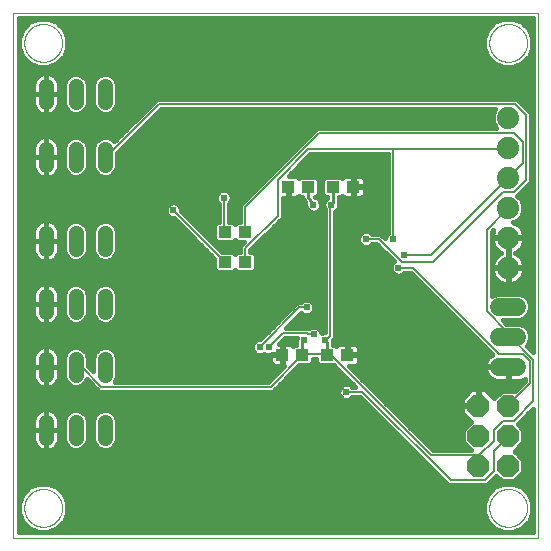
<source format=gbl>
G75*
%MOIN*%
%OFA0B0*%
%FSLAX25Y25*%
%IPPOS*%
%LPD*%
%AMOC8*
5,1,8,0,0,1.08239X$1,22.5*
%
%ADD10C,0.00000*%
%ADD11OC8,0.07400*%
%ADD12C,0.07400*%
%ADD13R,0.04331X0.03937*%
%ADD14C,0.05150*%
%ADD15C,0.06000*%
%ADD16C,0.00600*%
%ADD17C,0.02400*%
%ADD18C,0.01000*%
%ADD19C,0.01600*%
D10*
X0002800Y0003800D02*
X0002800Y0178800D01*
X0177800Y0178800D01*
X0177800Y0003800D01*
X0002800Y0003800D01*
X0006501Y0013800D02*
X0006503Y0013958D01*
X0006509Y0014116D01*
X0006519Y0014274D01*
X0006533Y0014432D01*
X0006551Y0014589D01*
X0006572Y0014746D01*
X0006598Y0014902D01*
X0006628Y0015058D01*
X0006661Y0015213D01*
X0006699Y0015366D01*
X0006740Y0015519D01*
X0006785Y0015671D01*
X0006834Y0015822D01*
X0006887Y0015971D01*
X0006943Y0016119D01*
X0007003Y0016265D01*
X0007067Y0016410D01*
X0007135Y0016553D01*
X0007206Y0016695D01*
X0007280Y0016835D01*
X0007358Y0016972D01*
X0007440Y0017108D01*
X0007524Y0017242D01*
X0007613Y0017373D01*
X0007704Y0017502D01*
X0007799Y0017629D01*
X0007896Y0017754D01*
X0007997Y0017876D01*
X0008101Y0017995D01*
X0008208Y0018112D01*
X0008318Y0018226D01*
X0008431Y0018337D01*
X0008546Y0018446D01*
X0008664Y0018551D01*
X0008785Y0018653D01*
X0008908Y0018753D01*
X0009034Y0018849D01*
X0009162Y0018942D01*
X0009292Y0019032D01*
X0009425Y0019118D01*
X0009560Y0019202D01*
X0009696Y0019281D01*
X0009835Y0019358D01*
X0009976Y0019430D01*
X0010118Y0019500D01*
X0010262Y0019565D01*
X0010408Y0019627D01*
X0010555Y0019685D01*
X0010704Y0019740D01*
X0010854Y0019791D01*
X0011005Y0019838D01*
X0011157Y0019881D01*
X0011310Y0019920D01*
X0011465Y0019956D01*
X0011620Y0019987D01*
X0011776Y0020015D01*
X0011932Y0020039D01*
X0012089Y0020059D01*
X0012247Y0020075D01*
X0012404Y0020087D01*
X0012563Y0020095D01*
X0012721Y0020099D01*
X0012879Y0020099D01*
X0013037Y0020095D01*
X0013196Y0020087D01*
X0013353Y0020075D01*
X0013511Y0020059D01*
X0013668Y0020039D01*
X0013824Y0020015D01*
X0013980Y0019987D01*
X0014135Y0019956D01*
X0014290Y0019920D01*
X0014443Y0019881D01*
X0014595Y0019838D01*
X0014746Y0019791D01*
X0014896Y0019740D01*
X0015045Y0019685D01*
X0015192Y0019627D01*
X0015338Y0019565D01*
X0015482Y0019500D01*
X0015624Y0019430D01*
X0015765Y0019358D01*
X0015904Y0019281D01*
X0016040Y0019202D01*
X0016175Y0019118D01*
X0016308Y0019032D01*
X0016438Y0018942D01*
X0016566Y0018849D01*
X0016692Y0018753D01*
X0016815Y0018653D01*
X0016936Y0018551D01*
X0017054Y0018446D01*
X0017169Y0018337D01*
X0017282Y0018226D01*
X0017392Y0018112D01*
X0017499Y0017995D01*
X0017603Y0017876D01*
X0017704Y0017754D01*
X0017801Y0017629D01*
X0017896Y0017502D01*
X0017987Y0017373D01*
X0018076Y0017242D01*
X0018160Y0017108D01*
X0018242Y0016972D01*
X0018320Y0016835D01*
X0018394Y0016695D01*
X0018465Y0016553D01*
X0018533Y0016410D01*
X0018597Y0016265D01*
X0018657Y0016119D01*
X0018713Y0015971D01*
X0018766Y0015822D01*
X0018815Y0015671D01*
X0018860Y0015519D01*
X0018901Y0015366D01*
X0018939Y0015213D01*
X0018972Y0015058D01*
X0019002Y0014902D01*
X0019028Y0014746D01*
X0019049Y0014589D01*
X0019067Y0014432D01*
X0019081Y0014274D01*
X0019091Y0014116D01*
X0019097Y0013958D01*
X0019099Y0013800D01*
X0019097Y0013642D01*
X0019091Y0013484D01*
X0019081Y0013326D01*
X0019067Y0013168D01*
X0019049Y0013011D01*
X0019028Y0012854D01*
X0019002Y0012698D01*
X0018972Y0012542D01*
X0018939Y0012387D01*
X0018901Y0012234D01*
X0018860Y0012081D01*
X0018815Y0011929D01*
X0018766Y0011778D01*
X0018713Y0011629D01*
X0018657Y0011481D01*
X0018597Y0011335D01*
X0018533Y0011190D01*
X0018465Y0011047D01*
X0018394Y0010905D01*
X0018320Y0010765D01*
X0018242Y0010628D01*
X0018160Y0010492D01*
X0018076Y0010358D01*
X0017987Y0010227D01*
X0017896Y0010098D01*
X0017801Y0009971D01*
X0017704Y0009846D01*
X0017603Y0009724D01*
X0017499Y0009605D01*
X0017392Y0009488D01*
X0017282Y0009374D01*
X0017169Y0009263D01*
X0017054Y0009154D01*
X0016936Y0009049D01*
X0016815Y0008947D01*
X0016692Y0008847D01*
X0016566Y0008751D01*
X0016438Y0008658D01*
X0016308Y0008568D01*
X0016175Y0008482D01*
X0016040Y0008398D01*
X0015904Y0008319D01*
X0015765Y0008242D01*
X0015624Y0008170D01*
X0015482Y0008100D01*
X0015338Y0008035D01*
X0015192Y0007973D01*
X0015045Y0007915D01*
X0014896Y0007860D01*
X0014746Y0007809D01*
X0014595Y0007762D01*
X0014443Y0007719D01*
X0014290Y0007680D01*
X0014135Y0007644D01*
X0013980Y0007613D01*
X0013824Y0007585D01*
X0013668Y0007561D01*
X0013511Y0007541D01*
X0013353Y0007525D01*
X0013196Y0007513D01*
X0013037Y0007505D01*
X0012879Y0007501D01*
X0012721Y0007501D01*
X0012563Y0007505D01*
X0012404Y0007513D01*
X0012247Y0007525D01*
X0012089Y0007541D01*
X0011932Y0007561D01*
X0011776Y0007585D01*
X0011620Y0007613D01*
X0011465Y0007644D01*
X0011310Y0007680D01*
X0011157Y0007719D01*
X0011005Y0007762D01*
X0010854Y0007809D01*
X0010704Y0007860D01*
X0010555Y0007915D01*
X0010408Y0007973D01*
X0010262Y0008035D01*
X0010118Y0008100D01*
X0009976Y0008170D01*
X0009835Y0008242D01*
X0009696Y0008319D01*
X0009560Y0008398D01*
X0009425Y0008482D01*
X0009292Y0008568D01*
X0009162Y0008658D01*
X0009034Y0008751D01*
X0008908Y0008847D01*
X0008785Y0008947D01*
X0008664Y0009049D01*
X0008546Y0009154D01*
X0008431Y0009263D01*
X0008318Y0009374D01*
X0008208Y0009488D01*
X0008101Y0009605D01*
X0007997Y0009724D01*
X0007896Y0009846D01*
X0007799Y0009971D01*
X0007704Y0010098D01*
X0007613Y0010227D01*
X0007524Y0010358D01*
X0007440Y0010492D01*
X0007358Y0010628D01*
X0007280Y0010765D01*
X0007206Y0010905D01*
X0007135Y0011047D01*
X0007067Y0011190D01*
X0007003Y0011335D01*
X0006943Y0011481D01*
X0006887Y0011629D01*
X0006834Y0011778D01*
X0006785Y0011929D01*
X0006740Y0012081D01*
X0006699Y0012234D01*
X0006661Y0012387D01*
X0006628Y0012542D01*
X0006598Y0012698D01*
X0006572Y0012854D01*
X0006551Y0013011D01*
X0006533Y0013168D01*
X0006519Y0013326D01*
X0006509Y0013484D01*
X0006503Y0013642D01*
X0006501Y0013800D01*
X0006501Y0168800D02*
X0006503Y0168958D01*
X0006509Y0169116D01*
X0006519Y0169274D01*
X0006533Y0169432D01*
X0006551Y0169589D01*
X0006572Y0169746D01*
X0006598Y0169902D01*
X0006628Y0170058D01*
X0006661Y0170213D01*
X0006699Y0170366D01*
X0006740Y0170519D01*
X0006785Y0170671D01*
X0006834Y0170822D01*
X0006887Y0170971D01*
X0006943Y0171119D01*
X0007003Y0171265D01*
X0007067Y0171410D01*
X0007135Y0171553D01*
X0007206Y0171695D01*
X0007280Y0171835D01*
X0007358Y0171972D01*
X0007440Y0172108D01*
X0007524Y0172242D01*
X0007613Y0172373D01*
X0007704Y0172502D01*
X0007799Y0172629D01*
X0007896Y0172754D01*
X0007997Y0172876D01*
X0008101Y0172995D01*
X0008208Y0173112D01*
X0008318Y0173226D01*
X0008431Y0173337D01*
X0008546Y0173446D01*
X0008664Y0173551D01*
X0008785Y0173653D01*
X0008908Y0173753D01*
X0009034Y0173849D01*
X0009162Y0173942D01*
X0009292Y0174032D01*
X0009425Y0174118D01*
X0009560Y0174202D01*
X0009696Y0174281D01*
X0009835Y0174358D01*
X0009976Y0174430D01*
X0010118Y0174500D01*
X0010262Y0174565D01*
X0010408Y0174627D01*
X0010555Y0174685D01*
X0010704Y0174740D01*
X0010854Y0174791D01*
X0011005Y0174838D01*
X0011157Y0174881D01*
X0011310Y0174920D01*
X0011465Y0174956D01*
X0011620Y0174987D01*
X0011776Y0175015D01*
X0011932Y0175039D01*
X0012089Y0175059D01*
X0012247Y0175075D01*
X0012404Y0175087D01*
X0012563Y0175095D01*
X0012721Y0175099D01*
X0012879Y0175099D01*
X0013037Y0175095D01*
X0013196Y0175087D01*
X0013353Y0175075D01*
X0013511Y0175059D01*
X0013668Y0175039D01*
X0013824Y0175015D01*
X0013980Y0174987D01*
X0014135Y0174956D01*
X0014290Y0174920D01*
X0014443Y0174881D01*
X0014595Y0174838D01*
X0014746Y0174791D01*
X0014896Y0174740D01*
X0015045Y0174685D01*
X0015192Y0174627D01*
X0015338Y0174565D01*
X0015482Y0174500D01*
X0015624Y0174430D01*
X0015765Y0174358D01*
X0015904Y0174281D01*
X0016040Y0174202D01*
X0016175Y0174118D01*
X0016308Y0174032D01*
X0016438Y0173942D01*
X0016566Y0173849D01*
X0016692Y0173753D01*
X0016815Y0173653D01*
X0016936Y0173551D01*
X0017054Y0173446D01*
X0017169Y0173337D01*
X0017282Y0173226D01*
X0017392Y0173112D01*
X0017499Y0172995D01*
X0017603Y0172876D01*
X0017704Y0172754D01*
X0017801Y0172629D01*
X0017896Y0172502D01*
X0017987Y0172373D01*
X0018076Y0172242D01*
X0018160Y0172108D01*
X0018242Y0171972D01*
X0018320Y0171835D01*
X0018394Y0171695D01*
X0018465Y0171553D01*
X0018533Y0171410D01*
X0018597Y0171265D01*
X0018657Y0171119D01*
X0018713Y0170971D01*
X0018766Y0170822D01*
X0018815Y0170671D01*
X0018860Y0170519D01*
X0018901Y0170366D01*
X0018939Y0170213D01*
X0018972Y0170058D01*
X0019002Y0169902D01*
X0019028Y0169746D01*
X0019049Y0169589D01*
X0019067Y0169432D01*
X0019081Y0169274D01*
X0019091Y0169116D01*
X0019097Y0168958D01*
X0019099Y0168800D01*
X0019097Y0168642D01*
X0019091Y0168484D01*
X0019081Y0168326D01*
X0019067Y0168168D01*
X0019049Y0168011D01*
X0019028Y0167854D01*
X0019002Y0167698D01*
X0018972Y0167542D01*
X0018939Y0167387D01*
X0018901Y0167234D01*
X0018860Y0167081D01*
X0018815Y0166929D01*
X0018766Y0166778D01*
X0018713Y0166629D01*
X0018657Y0166481D01*
X0018597Y0166335D01*
X0018533Y0166190D01*
X0018465Y0166047D01*
X0018394Y0165905D01*
X0018320Y0165765D01*
X0018242Y0165628D01*
X0018160Y0165492D01*
X0018076Y0165358D01*
X0017987Y0165227D01*
X0017896Y0165098D01*
X0017801Y0164971D01*
X0017704Y0164846D01*
X0017603Y0164724D01*
X0017499Y0164605D01*
X0017392Y0164488D01*
X0017282Y0164374D01*
X0017169Y0164263D01*
X0017054Y0164154D01*
X0016936Y0164049D01*
X0016815Y0163947D01*
X0016692Y0163847D01*
X0016566Y0163751D01*
X0016438Y0163658D01*
X0016308Y0163568D01*
X0016175Y0163482D01*
X0016040Y0163398D01*
X0015904Y0163319D01*
X0015765Y0163242D01*
X0015624Y0163170D01*
X0015482Y0163100D01*
X0015338Y0163035D01*
X0015192Y0162973D01*
X0015045Y0162915D01*
X0014896Y0162860D01*
X0014746Y0162809D01*
X0014595Y0162762D01*
X0014443Y0162719D01*
X0014290Y0162680D01*
X0014135Y0162644D01*
X0013980Y0162613D01*
X0013824Y0162585D01*
X0013668Y0162561D01*
X0013511Y0162541D01*
X0013353Y0162525D01*
X0013196Y0162513D01*
X0013037Y0162505D01*
X0012879Y0162501D01*
X0012721Y0162501D01*
X0012563Y0162505D01*
X0012404Y0162513D01*
X0012247Y0162525D01*
X0012089Y0162541D01*
X0011932Y0162561D01*
X0011776Y0162585D01*
X0011620Y0162613D01*
X0011465Y0162644D01*
X0011310Y0162680D01*
X0011157Y0162719D01*
X0011005Y0162762D01*
X0010854Y0162809D01*
X0010704Y0162860D01*
X0010555Y0162915D01*
X0010408Y0162973D01*
X0010262Y0163035D01*
X0010118Y0163100D01*
X0009976Y0163170D01*
X0009835Y0163242D01*
X0009696Y0163319D01*
X0009560Y0163398D01*
X0009425Y0163482D01*
X0009292Y0163568D01*
X0009162Y0163658D01*
X0009034Y0163751D01*
X0008908Y0163847D01*
X0008785Y0163947D01*
X0008664Y0164049D01*
X0008546Y0164154D01*
X0008431Y0164263D01*
X0008318Y0164374D01*
X0008208Y0164488D01*
X0008101Y0164605D01*
X0007997Y0164724D01*
X0007896Y0164846D01*
X0007799Y0164971D01*
X0007704Y0165098D01*
X0007613Y0165227D01*
X0007524Y0165358D01*
X0007440Y0165492D01*
X0007358Y0165628D01*
X0007280Y0165765D01*
X0007206Y0165905D01*
X0007135Y0166047D01*
X0007067Y0166190D01*
X0007003Y0166335D01*
X0006943Y0166481D01*
X0006887Y0166629D01*
X0006834Y0166778D01*
X0006785Y0166929D01*
X0006740Y0167081D01*
X0006699Y0167234D01*
X0006661Y0167387D01*
X0006628Y0167542D01*
X0006598Y0167698D01*
X0006572Y0167854D01*
X0006551Y0168011D01*
X0006533Y0168168D01*
X0006519Y0168326D01*
X0006509Y0168484D01*
X0006503Y0168642D01*
X0006501Y0168800D01*
X0161501Y0168800D02*
X0161503Y0168958D01*
X0161509Y0169116D01*
X0161519Y0169274D01*
X0161533Y0169432D01*
X0161551Y0169589D01*
X0161572Y0169746D01*
X0161598Y0169902D01*
X0161628Y0170058D01*
X0161661Y0170213D01*
X0161699Y0170366D01*
X0161740Y0170519D01*
X0161785Y0170671D01*
X0161834Y0170822D01*
X0161887Y0170971D01*
X0161943Y0171119D01*
X0162003Y0171265D01*
X0162067Y0171410D01*
X0162135Y0171553D01*
X0162206Y0171695D01*
X0162280Y0171835D01*
X0162358Y0171972D01*
X0162440Y0172108D01*
X0162524Y0172242D01*
X0162613Y0172373D01*
X0162704Y0172502D01*
X0162799Y0172629D01*
X0162896Y0172754D01*
X0162997Y0172876D01*
X0163101Y0172995D01*
X0163208Y0173112D01*
X0163318Y0173226D01*
X0163431Y0173337D01*
X0163546Y0173446D01*
X0163664Y0173551D01*
X0163785Y0173653D01*
X0163908Y0173753D01*
X0164034Y0173849D01*
X0164162Y0173942D01*
X0164292Y0174032D01*
X0164425Y0174118D01*
X0164560Y0174202D01*
X0164696Y0174281D01*
X0164835Y0174358D01*
X0164976Y0174430D01*
X0165118Y0174500D01*
X0165262Y0174565D01*
X0165408Y0174627D01*
X0165555Y0174685D01*
X0165704Y0174740D01*
X0165854Y0174791D01*
X0166005Y0174838D01*
X0166157Y0174881D01*
X0166310Y0174920D01*
X0166465Y0174956D01*
X0166620Y0174987D01*
X0166776Y0175015D01*
X0166932Y0175039D01*
X0167089Y0175059D01*
X0167247Y0175075D01*
X0167404Y0175087D01*
X0167563Y0175095D01*
X0167721Y0175099D01*
X0167879Y0175099D01*
X0168037Y0175095D01*
X0168196Y0175087D01*
X0168353Y0175075D01*
X0168511Y0175059D01*
X0168668Y0175039D01*
X0168824Y0175015D01*
X0168980Y0174987D01*
X0169135Y0174956D01*
X0169290Y0174920D01*
X0169443Y0174881D01*
X0169595Y0174838D01*
X0169746Y0174791D01*
X0169896Y0174740D01*
X0170045Y0174685D01*
X0170192Y0174627D01*
X0170338Y0174565D01*
X0170482Y0174500D01*
X0170624Y0174430D01*
X0170765Y0174358D01*
X0170904Y0174281D01*
X0171040Y0174202D01*
X0171175Y0174118D01*
X0171308Y0174032D01*
X0171438Y0173942D01*
X0171566Y0173849D01*
X0171692Y0173753D01*
X0171815Y0173653D01*
X0171936Y0173551D01*
X0172054Y0173446D01*
X0172169Y0173337D01*
X0172282Y0173226D01*
X0172392Y0173112D01*
X0172499Y0172995D01*
X0172603Y0172876D01*
X0172704Y0172754D01*
X0172801Y0172629D01*
X0172896Y0172502D01*
X0172987Y0172373D01*
X0173076Y0172242D01*
X0173160Y0172108D01*
X0173242Y0171972D01*
X0173320Y0171835D01*
X0173394Y0171695D01*
X0173465Y0171553D01*
X0173533Y0171410D01*
X0173597Y0171265D01*
X0173657Y0171119D01*
X0173713Y0170971D01*
X0173766Y0170822D01*
X0173815Y0170671D01*
X0173860Y0170519D01*
X0173901Y0170366D01*
X0173939Y0170213D01*
X0173972Y0170058D01*
X0174002Y0169902D01*
X0174028Y0169746D01*
X0174049Y0169589D01*
X0174067Y0169432D01*
X0174081Y0169274D01*
X0174091Y0169116D01*
X0174097Y0168958D01*
X0174099Y0168800D01*
X0174097Y0168642D01*
X0174091Y0168484D01*
X0174081Y0168326D01*
X0174067Y0168168D01*
X0174049Y0168011D01*
X0174028Y0167854D01*
X0174002Y0167698D01*
X0173972Y0167542D01*
X0173939Y0167387D01*
X0173901Y0167234D01*
X0173860Y0167081D01*
X0173815Y0166929D01*
X0173766Y0166778D01*
X0173713Y0166629D01*
X0173657Y0166481D01*
X0173597Y0166335D01*
X0173533Y0166190D01*
X0173465Y0166047D01*
X0173394Y0165905D01*
X0173320Y0165765D01*
X0173242Y0165628D01*
X0173160Y0165492D01*
X0173076Y0165358D01*
X0172987Y0165227D01*
X0172896Y0165098D01*
X0172801Y0164971D01*
X0172704Y0164846D01*
X0172603Y0164724D01*
X0172499Y0164605D01*
X0172392Y0164488D01*
X0172282Y0164374D01*
X0172169Y0164263D01*
X0172054Y0164154D01*
X0171936Y0164049D01*
X0171815Y0163947D01*
X0171692Y0163847D01*
X0171566Y0163751D01*
X0171438Y0163658D01*
X0171308Y0163568D01*
X0171175Y0163482D01*
X0171040Y0163398D01*
X0170904Y0163319D01*
X0170765Y0163242D01*
X0170624Y0163170D01*
X0170482Y0163100D01*
X0170338Y0163035D01*
X0170192Y0162973D01*
X0170045Y0162915D01*
X0169896Y0162860D01*
X0169746Y0162809D01*
X0169595Y0162762D01*
X0169443Y0162719D01*
X0169290Y0162680D01*
X0169135Y0162644D01*
X0168980Y0162613D01*
X0168824Y0162585D01*
X0168668Y0162561D01*
X0168511Y0162541D01*
X0168353Y0162525D01*
X0168196Y0162513D01*
X0168037Y0162505D01*
X0167879Y0162501D01*
X0167721Y0162501D01*
X0167563Y0162505D01*
X0167404Y0162513D01*
X0167247Y0162525D01*
X0167089Y0162541D01*
X0166932Y0162561D01*
X0166776Y0162585D01*
X0166620Y0162613D01*
X0166465Y0162644D01*
X0166310Y0162680D01*
X0166157Y0162719D01*
X0166005Y0162762D01*
X0165854Y0162809D01*
X0165704Y0162860D01*
X0165555Y0162915D01*
X0165408Y0162973D01*
X0165262Y0163035D01*
X0165118Y0163100D01*
X0164976Y0163170D01*
X0164835Y0163242D01*
X0164696Y0163319D01*
X0164560Y0163398D01*
X0164425Y0163482D01*
X0164292Y0163568D01*
X0164162Y0163658D01*
X0164034Y0163751D01*
X0163908Y0163847D01*
X0163785Y0163947D01*
X0163664Y0164049D01*
X0163546Y0164154D01*
X0163431Y0164263D01*
X0163318Y0164374D01*
X0163208Y0164488D01*
X0163101Y0164605D01*
X0162997Y0164724D01*
X0162896Y0164846D01*
X0162799Y0164971D01*
X0162704Y0165098D01*
X0162613Y0165227D01*
X0162524Y0165358D01*
X0162440Y0165492D01*
X0162358Y0165628D01*
X0162280Y0165765D01*
X0162206Y0165905D01*
X0162135Y0166047D01*
X0162067Y0166190D01*
X0162003Y0166335D01*
X0161943Y0166481D01*
X0161887Y0166629D01*
X0161834Y0166778D01*
X0161785Y0166929D01*
X0161740Y0167081D01*
X0161699Y0167234D01*
X0161661Y0167387D01*
X0161628Y0167542D01*
X0161598Y0167698D01*
X0161572Y0167854D01*
X0161551Y0168011D01*
X0161533Y0168168D01*
X0161519Y0168326D01*
X0161509Y0168484D01*
X0161503Y0168642D01*
X0161501Y0168800D01*
X0161501Y0013800D02*
X0161503Y0013958D01*
X0161509Y0014116D01*
X0161519Y0014274D01*
X0161533Y0014432D01*
X0161551Y0014589D01*
X0161572Y0014746D01*
X0161598Y0014902D01*
X0161628Y0015058D01*
X0161661Y0015213D01*
X0161699Y0015366D01*
X0161740Y0015519D01*
X0161785Y0015671D01*
X0161834Y0015822D01*
X0161887Y0015971D01*
X0161943Y0016119D01*
X0162003Y0016265D01*
X0162067Y0016410D01*
X0162135Y0016553D01*
X0162206Y0016695D01*
X0162280Y0016835D01*
X0162358Y0016972D01*
X0162440Y0017108D01*
X0162524Y0017242D01*
X0162613Y0017373D01*
X0162704Y0017502D01*
X0162799Y0017629D01*
X0162896Y0017754D01*
X0162997Y0017876D01*
X0163101Y0017995D01*
X0163208Y0018112D01*
X0163318Y0018226D01*
X0163431Y0018337D01*
X0163546Y0018446D01*
X0163664Y0018551D01*
X0163785Y0018653D01*
X0163908Y0018753D01*
X0164034Y0018849D01*
X0164162Y0018942D01*
X0164292Y0019032D01*
X0164425Y0019118D01*
X0164560Y0019202D01*
X0164696Y0019281D01*
X0164835Y0019358D01*
X0164976Y0019430D01*
X0165118Y0019500D01*
X0165262Y0019565D01*
X0165408Y0019627D01*
X0165555Y0019685D01*
X0165704Y0019740D01*
X0165854Y0019791D01*
X0166005Y0019838D01*
X0166157Y0019881D01*
X0166310Y0019920D01*
X0166465Y0019956D01*
X0166620Y0019987D01*
X0166776Y0020015D01*
X0166932Y0020039D01*
X0167089Y0020059D01*
X0167247Y0020075D01*
X0167404Y0020087D01*
X0167563Y0020095D01*
X0167721Y0020099D01*
X0167879Y0020099D01*
X0168037Y0020095D01*
X0168196Y0020087D01*
X0168353Y0020075D01*
X0168511Y0020059D01*
X0168668Y0020039D01*
X0168824Y0020015D01*
X0168980Y0019987D01*
X0169135Y0019956D01*
X0169290Y0019920D01*
X0169443Y0019881D01*
X0169595Y0019838D01*
X0169746Y0019791D01*
X0169896Y0019740D01*
X0170045Y0019685D01*
X0170192Y0019627D01*
X0170338Y0019565D01*
X0170482Y0019500D01*
X0170624Y0019430D01*
X0170765Y0019358D01*
X0170904Y0019281D01*
X0171040Y0019202D01*
X0171175Y0019118D01*
X0171308Y0019032D01*
X0171438Y0018942D01*
X0171566Y0018849D01*
X0171692Y0018753D01*
X0171815Y0018653D01*
X0171936Y0018551D01*
X0172054Y0018446D01*
X0172169Y0018337D01*
X0172282Y0018226D01*
X0172392Y0018112D01*
X0172499Y0017995D01*
X0172603Y0017876D01*
X0172704Y0017754D01*
X0172801Y0017629D01*
X0172896Y0017502D01*
X0172987Y0017373D01*
X0173076Y0017242D01*
X0173160Y0017108D01*
X0173242Y0016972D01*
X0173320Y0016835D01*
X0173394Y0016695D01*
X0173465Y0016553D01*
X0173533Y0016410D01*
X0173597Y0016265D01*
X0173657Y0016119D01*
X0173713Y0015971D01*
X0173766Y0015822D01*
X0173815Y0015671D01*
X0173860Y0015519D01*
X0173901Y0015366D01*
X0173939Y0015213D01*
X0173972Y0015058D01*
X0174002Y0014902D01*
X0174028Y0014746D01*
X0174049Y0014589D01*
X0174067Y0014432D01*
X0174081Y0014274D01*
X0174091Y0014116D01*
X0174097Y0013958D01*
X0174099Y0013800D01*
X0174097Y0013642D01*
X0174091Y0013484D01*
X0174081Y0013326D01*
X0174067Y0013168D01*
X0174049Y0013011D01*
X0174028Y0012854D01*
X0174002Y0012698D01*
X0173972Y0012542D01*
X0173939Y0012387D01*
X0173901Y0012234D01*
X0173860Y0012081D01*
X0173815Y0011929D01*
X0173766Y0011778D01*
X0173713Y0011629D01*
X0173657Y0011481D01*
X0173597Y0011335D01*
X0173533Y0011190D01*
X0173465Y0011047D01*
X0173394Y0010905D01*
X0173320Y0010765D01*
X0173242Y0010628D01*
X0173160Y0010492D01*
X0173076Y0010358D01*
X0172987Y0010227D01*
X0172896Y0010098D01*
X0172801Y0009971D01*
X0172704Y0009846D01*
X0172603Y0009724D01*
X0172499Y0009605D01*
X0172392Y0009488D01*
X0172282Y0009374D01*
X0172169Y0009263D01*
X0172054Y0009154D01*
X0171936Y0009049D01*
X0171815Y0008947D01*
X0171692Y0008847D01*
X0171566Y0008751D01*
X0171438Y0008658D01*
X0171308Y0008568D01*
X0171175Y0008482D01*
X0171040Y0008398D01*
X0170904Y0008319D01*
X0170765Y0008242D01*
X0170624Y0008170D01*
X0170482Y0008100D01*
X0170338Y0008035D01*
X0170192Y0007973D01*
X0170045Y0007915D01*
X0169896Y0007860D01*
X0169746Y0007809D01*
X0169595Y0007762D01*
X0169443Y0007719D01*
X0169290Y0007680D01*
X0169135Y0007644D01*
X0168980Y0007613D01*
X0168824Y0007585D01*
X0168668Y0007561D01*
X0168511Y0007541D01*
X0168353Y0007525D01*
X0168196Y0007513D01*
X0168037Y0007505D01*
X0167879Y0007501D01*
X0167721Y0007501D01*
X0167563Y0007505D01*
X0167404Y0007513D01*
X0167247Y0007525D01*
X0167089Y0007541D01*
X0166932Y0007561D01*
X0166776Y0007585D01*
X0166620Y0007613D01*
X0166465Y0007644D01*
X0166310Y0007680D01*
X0166157Y0007719D01*
X0166005Y0007762D01*
X0165854Y0007809D01*
X0165704Y0007860D01*
X0165555Y0007915D01*
X0165408Y0007973D01*
X0165262Y0008035D01*
X0165118Y0008100D01*
X0164976Y0008170D01*
X0164835Y0008242D01*
X0164696Y0008319D01*
X0164560Y0008398D01*
X0164425Y0008482D01*
X0164292Y0008568D01*
X0164162Y0008658D01*
X0164034Y0008751D01*
X0163908Y0008847D01*
X0163785Y0008947D01*
X0163664Y0009049D01*
X0163546Y0009154D01*
X0163431Y0009263D01*
X0163318Y0009374D01*
X0163208Y0009488D01*
X0163101Y0009605D01*
X0162997Y0009724D01*
X0162896Y0009846D01*
X0162799Y0009971D01*
X0162704Y0010098D01*
X0162613Y0010227D01*
X0162524Y0010358D01*
X0162440Y0010492D01*
X0162358Y0010628D01*
X0162280Y0010765D01*
X0162206Y0010905D01*
X0162135Y0011047D01*
X0162067Y0011190D01*
X0162003Y0011335D01*
X0161943Y0011481D01*
X0161887Y0011629D01*
X0161834Y0011778D01*
X0161785Y0011929D01*
X0161740Y0012081D01*
X0161699Y0012234D01*
X0161661Y0012387D01*
X0161628Y0012542D01*
X0161598Y0012698D01*
X0161572Y0012854D01*
X0161551Y0013011D01*
X0161533Y0013168D01*
X0161519Y0013326D01*
X0161509Y0013484D01*
X0161503Y0013642D01*
X0161501Y0013800D01*
D11*
X0157800Y0027800D03*
X0157800Y0037800D03*
X0167800Y0037800D03*
X0167800Y0027800D03*
X0167800Y0047800D03*
X0157800Y0047800D03*
D12*
X0167800Y0093800D03*
X0167800Y0103800D03*
X0167800Y0113800D03*
X0167800Y0123800D03*
X0167800Y0133800D03*
X0167800Y0143800D03*
D13*
X0116146Y0120800D03*
X0109454Y0120800D03*
X0101146Y0120800D03*
X0094454Y0120800D03*
X0080146Y0105800D03*
X0073454Y0105800D03*
X0073454Y0095800D03*
X0080146Y0095800D03*
X0092454Y0064800D03*
X0099146Y0064800D03*
X0107454Y0064800D03*
X0114146Y0064800D03*
D14*
X0033485Y0063375D02*
X0033485Y0058225D01*
X0023643Y0058225D02*
X0023643Y0063375D01*
X0013800Y0063375D02*
X0013800Y0058225D01*
X0013800Y0042375D02*
X0013800Y0037225D01*
X0023643Y0037225D02*
X0023643Y0042375D01*
X0033485Y0042375D02*
X0033485Y0037225D01*
X0033485Y0079225D02*
X0033485Y0084375D01*
X0023643Y0084375D02*
X0023643Y0079225D01*
X0013800Y0079225D02*
X0013800Y0084375D01*
X0013800Y0100225D02*
X0013800Y0105375D01*
X0023643Y0105375D02*
X0023643Y0100225D01*
X0033485Y0100225D02*
X0033485Y0105375D01*
X0033485Y0128225D02*
X0033485Y0133375D01*
X0023643Y0133375D02*
X0023643Y0128225D01*
X0013800Y0128225D02*
X0013800Y0133375D01*
X0013800Y0149225D02*
X0013800Y0154375D01*
X0023643Y0154375D02*
X0023643Y0149225D01*
X0033485Y0149225D02*
X0033485Y0154375D01*
D15*
X0164800Y0080800D02*
X0170800Y0080800D01*
X0170800Y0070800D02*
X0164800Y0070800D01*
X0164800Y0060800D02*
X0170800Y0060800D01*
D16*
X0175000Y0062600D02*
X0172600Y0065000D01*
X0164800Y0065000D01*
X0136000Y0093800D01*
X0131200Y0093800D01*
X0132400Y0095600D02*
X0142600Y0095600D01*
X0166000Y0119000D01*
X0169600Y0119000D01*
X0173800Y0123200D01*
X0173800Y0144800D01*
X0170200Y0148400D01*
X0051400Y0148400D01*
X0034000Y0131000D01*
X0033485Y0130800D01*
X0056200Y0113000D02*
X0073000Y0096200D01*
X0073454Y0095800D01*
X0080146Y0095800D02*
X0080200Y0096200D01*
X0080200Y0100400D01*
X0091000Y0111200D01*
X0091000Y0123200D01*
X0101200Y0133400D01*
X0129400Y0133400D01*
X0129400Y0103400D01*
X0124600Y0103400D02*
X0132400Y0095600D01*
X0133000Y0098000D02*
X0142000Y0098000D01*
X0167800Y0123800D01*
X0172600Y0128600D01*
X0172600Y0135800D01*
X0169600Y0138800D01*
X0104800Y0138800D01*
X0080200Y0114200D01*
X0080200Y0105800D01*
X0080146Y0105800D01*
X0073454Y0105800D02*
X0073000Y0105800D01*
X0073000Y0117200D01*
X0108400Y0114800D02*
X0108800Y0114800D01*
X0108400Y0114800D02*
X0108400Y0071000D01*
X0107200Y0069800D01*
X0106800Y0069800D01*
X0103000Y0071600D02*
X0101200Y0071600D01*
X0100600Y0072200D01*
X0092800Y0072200D01*
X0088000Y0067400D01*
X0085000Y0067400D02*
X0098200Y0080600D01*
X0100600Y0080600D01*
X0112000Y0071000D02*
X0112600Y0071000D01*
X0112800Y0070800D01*
X0112900Y0070700D02*
X0113200Y0071000D01*
X0114146Y0064800D02*
X0114400Y0064400D01*
X0141400Y0064400D01*
X0157600Y0048200D02*
X0157800Y0047800D01*
X0163000Y0039800D02*
X0166000Y0042800D01*
X0169600Y0042800D01*
X0176200Y0049400D01*
X0176200Y0063200D01*
X0167800Y0071600D01*
X0167800Y0070800D01*
X0167800Y0071000D01*
X0167800Y0071600D02*
X0167800Y0072200D01*
X0160600Y0079400D01*
X0160600Y0106400D01*
X0167800Y0113600D01*
X0167800Y0113800D01*
X0167800Y0133400D02*
X0167800Y0133800D01*
X0167800Y0133400D02*
X0129400Y0133400D01*
X0113800Y0114200D02*
X0113200Y0114200D01*
X0120400Y0103400D02*
X0124600Y0103400D01*
X0109000Y0064400D02*
X0107800Y0064400D01*
X0107454Y0064800D01*
X0107200Y0065000D01*
X0099400Y0065000D01*
X0099146Y0064800D01*
X0098800Y0064400D01*
X0088600Y0054200D01*
X0032200Y0054200D01*
X0025600Y0060800D01*
X0023643Y0060800D01*
X0109000Y0064400D02*
X0142000Y0031400D01*
X0158200Y0031400D01*
X0157800Y0027800D01*
X0158200Y0027800D01*
X0158200Y0031400D01*
X0163000Y0036200D01*
X0163000Y0039800D01*
X0167800Y0037800D02*
X0167800Y0037400D01*
X0163000Y0032600D01*
X0163000Y0026000D01*
X0160000Y0023000D01*
X0148600Y0023000D01*
X0119200Y0052400D01*
X0113800Y0052400D01*
X0167800Y0048200D02*
X0167800Y0047800D01*
X0167800Y0048200D02*
X0175000Y0055400D01*
X0175000Y0062600D01*
D17*
X0133000Y0098000D03*
X0131200Y0093800D03*
X0129400Y0103400D03*
X0120400Y0103400D03*
X0113800Y0114200D03*
X0108800Y0114800D03*
X0102800Y0114800D03*
X0073000Y0117200D03*
X0056200Y0113000D03*
X0100600Y0080600D03*
X0103000Y0071600D03*
X0099800Y0069800D03*
X0106800Y0069800D03*
X0112000Y0071000D03*
X0113800Y0052400D03*
X0088000Y0067400D03*
X0085000Y0067400D03*
D18*
X0099146Y0069146D02*
X0099146Y0064800D01*
X0099146Y0069146D02*
X0099800Y0069800D01*
X0106800Y0069800D02*
X0107454Y0069146D01*
X0107454Y0064800D01*
X0112900Y0070700D02*
X0113800Y0069800D01*
X0112900Y0070700D02*
X0112800Y0070800D01*
X0113800Y0065146D02*
X0114146Y0064800D01*
X0108800Y0114800D02*
X0109454Y0115454D01*
X0109454Y0120800D01*
X0101146Y0117454D02*
X0102800Y0114800D01*
X0101146Y0117454D02*
X0101146Y0120800D01*
D19*
X0104712Y0120491D02*
X0105888Y0120491D01*
X0105888Y0118893D02*
X0104712Y0118893D01*
X0104712Y0118252D02*
X0104712Y0123348D01*
X0103892Y0124168D01*
X0098401Y0124168D01*
X0098077Y0123844D01*
X0098059Y0123874D01*
X0097724Y0124209D01*
X0097314Y0124446D01*
X0096856Y0124568D01*
X0094773Y0124568D01*
X0101904Y0131700D01*
X0127700Y0131700D01*
X0127700Y0105377D01*
X0127196Y0104873D01*
X0126800Y0103917D01*
X0126800Y0103604D01*
X0125304Y0105100D01*
X0122377Y0105100D01*
X0121873Y0105604D01*
X0120917Y0106000D01*
X0119883Y0106000D01*
X0118927Y0105604D01*
X0118196Y0104873D01*
X0117800Y0103917D01*
X0117800Y0102883D01*
X0118196Y0101927D01*
X0118927Y0101196D01*
X0119883Y0100800D01*
X0120917Y0100800D01*
X0121873Y0101196D01*
X0122377Y0101700D01*
X0123896Y0101700D01*
X0129659Y0095936D01*
X0128996Y0095273D01*
X0128600Y0094317D01*
X0128600Y0093283D01*
X0128996Y0092327D01*
X0129727Y0091596D01*
X0130683Y0091200D01*
X0131717Y0091200D01*
X0132673Y0091596D01*
X0133177Y0092100D01*
X0135296Y0092100D01*
X0162421Y0064975D01*
X0162284Y0064905D01*
X0161673Y0064461D01*
X0161139Y0063927D01*
X0160695Y0063316D01*
X0160352Y0062643D01*
X0160118Y0061924D01*
X0160000Y0061178D01*
X0160000Y0061000D01*
X0167600Y0061000D01*
X0167600Y0060600D01*
X0168000Y0060600D01*
X0168000Y0056000D01*
X0171178Y0056000D01*
X0171924Y0056118D01*
X0172643Y0056352D01*
X0173300Y0056687D01*
X0173300Y0056104D01*
X0170004Y0052808D01*
X0169912Y0052900D01*
X0165688Y0052900D01*
X0163083Y0050295D01*
X0160078Y0053300D01*
X0158000Y0053300D01*
X0158000Y0048000D01*
X0157600Y0048000D01*
X0157600Y0053300D01*
X0155522Y0053300D01*
X0152300Y0050078D01*
X0152300Y0048000D01*
X0157600Y0048000D01*
X0157600Y0047600D01*
X0152300Y0047600D01*
X0152300Y0045522D01*
X0155305Y0042517D01*
X0152700Y0039912D01*
X0152700Y0035688D01*
X0155288Y0033100D01*
X0142704Y0033100D01*
X0114773Y0061031D01*
X0116549Y0061031D01*
X0117007Y0061154D01*
X0117417Y0061391D01*
X0117752Y0061726D01*
X0117989Y0062137D01*
X0118112Y0062595D01*
X0118112Y0064616D01*
X0114331Y0064616D01*
X0114331Y0064984D01*
X0118112Y0064984D01*
X0118112Y0067005D01*
X0117989Y0067463D01*
X0117752Y0067874D01*
X0117417Y0068209D01*
X0117007Y0068446D01*
X0116549Y0068568D01*
X0114331Y0068568D01*
X0114331Y0064984D01*
X0113962Y0064984D01*
X0113962Y0068568D01*
X0111744Y0068568D01*
X0111286Y0068446D01*
X0110876Y0068209D01*
X0110541Y0067874D01*
X0110523Y0067844D01*
X0110199Y0068168D01*
X0109354Y0068168D01*
X0109354Y0069171D01*
X0109400Y0069283D01*
X0109400Y0069596D01*
X0110100Y0070296D01*
X0110100Y0112524D01*
X0110273Y0112596D01*
X0111004Y0113327D01*
X0111400Y0114283D01*
X0111400Y0115317D01*
X0111354Y0115429D01*
X0111354Y0117431D01*
X0112199Y0117431D01*
X0112523Y0117756D01*
X0112541Y0117726D01*
X0112876Y0117391D01*
X0113286Y0117154D01*
X0113744Y0117031D01*
X0115962Y0117031D01*
X0115962Y0120616D01*
X0116331Y0120616D01*
X0116331Y0120984D01*
X0120112Y0120984D01*
X0120112Y0123005D01*
X0119989Y0123463D01*
X0119752Y0123874D01*
X0119417Y0124209D01*
X0119007Y0124446D01*
X0118549Y0124568D01*
X0116331Y0124568D01*
X0116331Y0120984D01*
X0115962Y0120984D01*
X0115962Y0124568D01*
X0113744Y0124568D01*
X0113286Y0124446D01*
X0112876Y0124209D01*
X0112541Y0123874D01*
X0112523Y0123844D01*
X0112199Y0124168D01*
X0106708Y0124168D01*
X0105888Y0123348D01*
X0105888Y0118252D01*
X0106708Y0117431D01*
X0107554Y0117431D01*
X0107554Y0117098D01*
X0107327Y0117004D01*
X0106596Y0116273D01*
X0106200Y0115317D01*
X0106200Y0114283D01*
X0106596Y0113327D01*
X0106700Y0113223D01*
X0106700Y0072400D01*
X0106283Y0072400D01*
X0105600Y0072117D01*
X0105600Y0072117D01*
X0105204Y0073073D01*
X0104473Y0073804D01*
X0103517Y0074200D01*
X0102483Y0074200D01*
X0101527Y0073804D01*
X0101464Y0073741D01*
X0101304Y0073900D01*
X0093904Y0073900D01*
X0098764Y0078759D01*
X0099127Y0078396D01*
X0100083Y0078000D01*
X0101117Y0078000D01*
X0102073Y0078396D01*
X0102804Y0079127D01*
X0103200Y0080083D01*
X0103200Y0081117D01*
X0102804Y0082073D01*
X0102073Y0082804D01*
X0101117Y0083200D01*
X0100083Y0083200D01*
X0099127Y0082804D01*
X0098623Y0082300D01*
X0097496Y0082300D01*
X0085196Y0070000D01*
X0084483Y0070000D01*
X0083527Y0069604D01*
X0082796Y0068873D01*
X0082400Y0067917D01*
X0082400Y0066883D01*
X0082796Y0065927D01*
X0083527Y0065196D01*
X0084483Y0064800D01*
X0085517Y0064800D01*
X0086473Y0065196D01*
X0086500Y0065223D01*
X0086527Y0065196D01*
X0087483Y0064800D01*
X0088517Y0064800D01*
X0088962Y0064984D01*
X0092269Y0064984D01*
X0092269Y0064616D01*
X0088488Y0064616D01*
X0088488Y0062595D01*
X0088611Y0062137D01*
X0088848Y0061726D01*
X0089183Y0061391D01*
X0089593Y0061154D01*
X0090051Y0061031D01*
X0092269Y0061031D01*
X0092269Y0064616D01*
X0092638Y0064616D01*
X0092638Y0061031D01*
X0093027Y0061031D01*
X0087896Y0055900D01*
X0036781Y0055900D01*
X0036855Y0055974D01*
X0037460Y0057435D01*
X0037460Y0064165D01*
X0036855Y0065626D01*
X0035737Y0066744D01*
X0034276Y0067350D01*
X0032694Y0067350D01*
X0031233Y0066744D01*
X0030115Y0065626D01*
X0029510Y0064165D01*
X0029510Y0059294D01*
X0027617Y0061187D01*
X0027617Y0064165D01*
X0027012Y0065626D01*
X0025894Y0066744D01*
X0024433Y0067350D01*
X0022852Y0067350D01*
X0021391Y0066744D01*
X0020273Y0065626D01*
X0019668Y0064165D01*
X0019668Y0057435D01*
X0020273Y0055974D01*
X0021391Y0054856D01*
X0022852Y0054250D01*
X0024433Y0054250D01*
X0025894Y0054856D01*
X0027012Y0055974D01*
X0027308Y0056688D01*
X0030500Y0053496D01*
X0031496Y0052500D01*
X0089304Y0052500D01*
X0098236Y0061431D01*
X0101892Y0061431D01*
X0102712Y0062252D01*
X0102712Y0063300D01*
X0103888Y0063300D01*
X0103888Y0062252D01*
X0104708Y0061431D01*
X0109564Y0061431D01*
X0116896Y0054100D01*
X0115777Y0054100D01*
X0115273Y0054604D01*
X0114317Y0055000D01*
X0113283Y0055000D01*
X0112327Y0054604D01*
X0111596Y0053873D01*
X0111200Y0052917D01*
X0111200Y0051883D01*
X0111596Y0050927D01*
X0112327Y0050196D01*
X0113283Y0049800D01*
X0114317Y0049800D01*
X0115273Y0050196D01*
X0115777Y0050700D01*
X0118496Y0050700D01*
X0146900Y0022296D01*
X0147896Y0021300D01*
X0160704Y0021300D01*
X0163704Y0024300D01*
X0163896Y0024492D01*
X0165688Y0022700D01*
X0169912Y0022700D01*
X0172900Y0025688D01*
X0172900Y0029912D01*
X0170012Y0032800D01*
X0172900Y0035688D01*
X0172900Y0039912D01*
X0171008Y0041804D01*
X0176000Y0046796D01*
X0176000Y0005600D01*
X0004600Y0005600D01*
X0004600Y0177000D01*
X0176000Y0177000D01*
X0176000Y0065804D01*
X0174013Y0067791D01*
X0174530Y0068308D01*
X0175200Y0069925D01*
X0175200Y0071675D01*
X0174530Y0073292D01*
X0173292Y0074530D01*
X0171675Y0075200D01*
X0167204Y0075200D01*
X0166004Y0076400D01*
X0171675Y0076400D01*
X0173292Y0077070D01*
X0174530Y0078308D01*
X0175200Y0079925D01*
X0175200Y0081675D01*
X0174530Y0083292D01*
X0173292Y0084530D01*
X0171675Y0085200D01*
X0163925Y0085200D01*
X0162308Y0084530D01*
X0162300Y0084523D01*
X0162300Y0105696D01*
X0162898Y0106294D01*
X0162703Y0105911D01*
X0162435Y0105088D01*
X0162300Y0104233D01*
X0162300Y0104000D01*
X0167600Y0104000D01*
X0167600Y0103600D01*
X0168000Y0103600D01*
X0168000Y0104000D01*
X0173300Y0104000D01*
X0173300Y0104233D01*
X0173165Y0105088D01*
X0172897Y0105911D01*
X0172504Y0106683D01*
X0171995Y0107383D01*
X0171383Y0107995D01*
X0170683Y0108504D01*
X0169911Y0108897D01*
X0169563Y0109010D01*
X0170689Y0109476D01*
X0172124Y0110911D01*
X0172900Y0112786D01*
X0172900Y0114814D01*
X0172124Y0116689D01*
X0170908Y0117904D01*
X0174504Y0121500D01*
X0175500Y0122496D01*
X0175500Y0145504D01*
X0171900Y0149104D01*
X0170904Y0150100D01*
X0050696Y0150100D01*
X0036538Y0135943D01*
X0035737Y0136744D01*
X0034276Y0137350D01*
X0032694Y0137350D01*
X0031233Y0136744D01*
X0030115Y0135626D01*
X0029510Y0134165D01*
X0029510Y0127435D01*
X0030115Y0125974D01*
X0031233Y0124856D01*
X0032694Y0124250D01*
X0034276Y0124250D01*
X0035737Y0124856D01*
X0036855Y0125974D01*
X0037460Y0127435D01*
X0037460Y0132056D01*
X0052104Y0146700D01*
X0163488Y0146700D01*
X0163476Y0146689D01*
X0162700Y0144814D01*
X0162700Y0142786D01*
X0163476Y0140911D01*
X0163888Y0140500D01*
X0104096Y0140500D01*
X0103100Y0139504D01*
X0079496Y0115900D01*
X0079496Y0115900D01*
X0078500Y0114904D01*
X0078500Y0109168D01*
X0077401Y0109168D01*
X0076800Y0108567D01*
X0076199Y0109168D01*
X0074700Y0109168D01*
X0074700Y0115223D01*
X0075204Y0115727D01*
X0075600Y0116683D01*
X0075600Y0117717D01*
X0075204Y0118673D01*
X0074473Y0119404D01*
X0073517Y0119800D01*
X0072483Y0119800D01*
X0071527Y0119404D01*
X0070796Y0118673D01*
X0070400Y0117717D01*
X0070400Y0116683D01*
X0070796Y0115727D01*
X0071300Y0115223D01*
X0071300Y0109168D01*
X0070708Y0109168D01*
X0069888Y0108348D01*
X0069888Y0103252D01*
X0070708Y0102431D01*
X0076199Y0102431D01*
X0076800Y0103033D01*
X0077401Y0102431D01*
X0079827Y0102431D01*
X0078500Y0101104D01*
X0078500Y0099168D01*
X0077401Y0099168D01*
X0076800Y0098567D01*
X0076199Y0099168D01*
X0072436Y0099168D01*
X0058800Y0112804D01*
X0058800Y0113517D01*
X0058404Y0114473D01*
X0057673Y0115204D01*
X0056717Y0115600D01*
X0055683Y0115600D01*
X0054727Y0115204D01*
X0053996Y0114473D01*
X0053600Y0113517D01*
X0053600Y0112483D01*
X0053996Y0111527D01*
X0054727Y0110796D01*
X0055683Y0110400D01*
X0056396Y0110400D01*
X0069888Y0096908D01*
X0069888Y0093252D01*
X0070708Y0092431D01*
X0076199Y0092431D01*
X0076800Y0093033D01*
X0077401Y0092431D01*
X0082892Y0092431D01*
X0083712Y0093252D01*
X0083712Y0098348D01*
X0082892Y0099168D01*
X0081900Y0099168D01*
X0081900Y0099696D01*
X0091704Y0109500D01*
X0092700Y0110496D01*
X0092700Y0117031D01*
X0094269Y0117031D01*
X0094269Y0120616D01*
X0094638Y0120616D01*
X0094638Y0117031D01*
X0096856Y0117031D01*
X0097314Y0117154D01*
X0097724Y0117391D01*
X0098059Y0117726D01*
X0098077Y0117756D01*
X0098401Y0117431D01*
X0099191Y0117431D01*
X0099118Y0117117D01*
X0099246Y0116910D01*
X0099246Y0116667D01*
X0099649Y0116264D01*
X0100216Y0115355D01*
X0100200Y0115317D01*
X0100200Y0114283D01*
X0100596Y0113327D01*
X0101327Y0112596D01*
X0102283Y0112200D01*
X0103317Y0112200D01*
X0104273Y0112596D01*
X0105004Y0113327D01*
X0105400Y0114283D01*
X0105400Y0115317D01*
X0105004Y0116273D01*
X0104273Y0117004D01*
X0103454Y0117343D01*
X0103399Y0117431D01*
X0103892Y0117431D01*
X0104712Y0118252D01*
X0103572Y0117294D02*
X0107554Y0117294D01*
X0106357Y0115696D02*
X0105243Y0115696D01*
X0105323Y0114097D02*
X0106277Y0114097D01*
X0106700Y0112499D02*
X0104038Y0112499D01*
X0101562Y0112499D02*
X0092700Y0112499D01*
X0092700Y0114097D02*
X0100277Y0114097D01*
X0100003Y0115696D02*
X0092700Y0115696D01*
X0094269Y0117294D02*
X0094638Y0117294D01*
X0094638Y0118893D02*
X0094269Y0118893D01*
X0094269Y0120491D02*
X0094638Y0120491D01*
X0097556Y0117294D02*
X0099159Y0117294D01*
X0104712Y0122090D02*
X0105888Y0122090D01*
X0106228Y0123688D02*
X0104372Y0123688D01*
X0098688Y0128484D02*
X0127700Y0128484D01*
X0127700Y0130082D02*
X0100287Y0130082D01*
X0101885Y0131681D02*
X0127700Y0131681D01*
X0127700Y0126885D02*
X0097090Y0126885D01*
X0095491Y0125287D02*
X0127700Y0125287D01*
X0127700Y0123688D02*
X0119859Y0123688D01*
X0120112Y0122090D02*
X0127700Y0122090D01*
X0127700Y0120491D02*
X0120112Y0120491D01*
X0120112Y0120616D02*
X0116331Y0120616D01*
X0116331Y0117031D01*
X0118549Y0117031D01*
X0119007Y0117154D01*
X0119417Y0117391D01*
X0119752Y0117726D01*
X0119989Y0118137D01*
X0120112Y0118595D01*
X0120112Y0120616D01*
X0120112Y0118893D02*
X0127700Y0118893D01*
X0127700Y0117294D02*
X0119249Y0117294D01*
X0116331Y0117294D02*
X0115962Y0117294D01*
X0115962Y0118893D02*
X0116331Y0118893D01*
X0116331Y0120491D02*
X0115962Y0120491D01*
X0115962Y0122090D02*
X0116331Y0122090D01*
X0116331Y0123688D02*
X0115962Y0123688D01*
X0113044Y0117294D02*
X0111354Y0117294D01*
X0111354Y0115696D02*
X0127700Y0115696D01*
X0127700Y0114097D02*
X0111323Y0114097D01*
X0110100Y0112499D02*
X0127700Y0112499D01*
X0127700Y0110900D02*
X0110100Y0110900D01*
X0110100Y0109302D02*
X0127700Y0109302D01*
X0127700Y0107703D02*
X0110100Y0107703D01*
X0110100Y0106105D02*
X0127700Y0106105D01*
X0127044Y0104506D02*
X0125898Y0104506D01*
X0124287Y0101309D02*
X0121986Y0101309D01*
X0118814Y0101309D02*
X0110100Y0101309D01*
X0110100Y0099711D02*
X0125885Y0099711D01*
X0127484Y0098112D02*
X0110100Y0098112D01*
X0110100Y0096514D02*
X0129082Y0096514D01*
X0128848Y0094915D02*
X0110100Y0094915D01*
X0110100Y0093317D02*
X0128600Y0093317D01*
X0129605Y0091718D02*
X0110100Y0091718D01*
X0110100Y0090120D02*
X0137276Y0090120D01*
X0135678Y0091718D02*
X0132795Y0091718D01*
X0138875Y0088521D02*
X0110100Y0088521D01*
X0110100Y0086923D02*
X0140473Y0086923D01*
X0142072Y0085324D02*
X0110100Y0085324D01*
X0110100Y0083726D02*
X0143670Y0083726D01*
X0145269Y0082127D02*
X0110100Y0082127D01*
X0110100Y0080529D02*
X0146867Y0080529D01*
X0148466Y0078930D02*
X0110100Y0078930D01*
X0110100Y0077332D02*
X0150064Y0077332D01*
X0151663Y0075733D02*
X0110100Y0075733D01*
X0110100Y0074134D02*
X0153261Y0074134D01*
X0154860Y0072536D02*
X0110100Y0072536D01*
X0110100Y0070937D02*
X0156458Y0070937D01*
X0158057Y0069339D02*
X0109400Y0069339D01*
X0106700Y0072536D02*
X0105427Y0072536D01*
X0106700Y0074134D02*
X0103675Y0074134D01*
X0102325Y0074134D02*
X0094139Y0074134D01*
X0095737Y0075733D02*
X0106700Y0075733D01*
X0106700Y0077332D02*
X0097336Y0077332D01*
X0095724Y0080529D02*
X0037460Y0080529D01*
X0037460Y0082127D02*
X0097323Y0082127D01*
X0094126Y0078930D02*
X0037460Y0078930D01*
X0037460Y0078435D02*
X0037460Y0085165D01*
X0036855Y0086626D01*
X0035737Y0087744D01*
X0034276Y0088350D01*
X0032694Y0088350D01*
X0031233Y0087744D01*
X0030115Y0086626D01*
X0029510Y0085165D01*
X0029510Y0078435D01*
X0030115Y0076974D01*
X0031233Y0075856D01*
X0032694Y0075250D01*
X0034276Y0075250D01*
X0035737Y0075856D01*
X0036855Y0076974D01*
X0037460Y0078435D01*
X0037003Y0077332D02*
X0092527Y0077332D01*
X0090929Y0075733D02*
X0035441Y0075733D01*
X0031529Y0075733D02*
X0025598Y0075733D01*
X0025894Y0075856D02*
X0024433Y0075250D01*
X0022852Y0075250D01*
X0021391Y0075856D01*
X0020273Y0076974D01*
X0019668Y0078435D01*
X0019668Y0085165D01*
X0020273Y0086626D01*
X0021391Y0087744D01*
X0022852Y0088350D01*
X0024433Y0088350D01*
X0025894Y0087744D01*
X0027012Y0086626D01*
X0027617Y0085165D01*
X0027617Y0078435D01*
X0027012Y0076974D01*
X0025894Y0075856D01*
X0027160Y0077332D02*
X0029967Y0077332D01*
X0029510Y0078930D02*
X0027617Y0078930D01*
X0027617Y0080529D02*
X0029510Y0080529D01*
X0029510Y0082127D02*
X0027617Y0082127D01*
X0027617Y0083726D02*
X0029510Y0083726D01*
X0029576Y0085324D02*
X0027552Y0085324D01*
X0026716Y0086923D02*
X0030412Y0086923D01*
X0036558Y0086923D02*
X0106700Y0086923D01*
X0106700Y0088521D02*
X0015196Y0088521D01*
X0015479Y0088429D02*
X0014824Y0088642D01*
X0014144Y0088750D01*
X0013800Y0088750D01*
X0013456Y0088750D01*
X0012776Y0088642D01*
X0012121Y0088429D01*
X0011507Y0088116D01*
X0010950Y0087712D01*
X0010463Y0087225D01*
X0010058Y0086668D01*
X0009746Y0086054D01*
X0009533Y0085399D01*
X0009425Y0084719D01*
X0009425Y0081800D01*
X0013800Y0081800D01*
X0018175Y0081800D01*
X0018175Y0084719D01*
X0018067Y0085399D01*
X0017854Y0086054D01*
X0017542Y0086668D01*
X0017137Y0087225D01*
X0016650Y0087712D01*
X0016093Y0088116D01*
X0015479Y0088429D01*
X0013800Y0088521D02*
X0013800Y0088521D01*
X0013800Y0088750D02*
X0013800Y0081800D01*
X0013800Y0081800D01*
X0013800Y0081800D01*
X0013800Y0088750D01*
X0012404Y0088521D02*
X0004600Y0088521D01*
X0004600Y0086923D02*
X0010244Y0086923D01*
X0009521Y0085324D02*
X0004600Y0085324D01*
X0004600Y0083726D02*
X0009425Y0083726D01*
X0009425Y0082127D02*
X0004600Y0082127D01*
X0004600Y0080529D02*
X0009425Y0080529D01*
X0009425Y0081800D02*
X0009425Y0078881D01*
X0009533Y0078201D01*
X0009746Y0077546D01*
X0010058Y0076932D01*
X0010463Y0076375D01*
X0010950Y0075888D01*
X0011507Y0075484D01*
X0012121Y0075171D01*
X0012776Y0074958D01*
X0013456Y0074850D01*
X0013800Y0074850D01*
X0013800Y0081800D01*
X0018175Y0081800D01*
X0018175Y0078881D01*
X0018067Y0078201D01*
X0017854Y0077546D01*
X0017542Y0076932D01*
X0017137Y0076375D01*
X0016650Y0075888D01*
X0016093Y0075484D01*
X0015479Y0075171D01*
X0014824Y0074958D01*
X0014144Y0074850D01*
X0013800Y0074850D01*
X0013800Y0081800D01*
X0013800Y0081800D01*
X0013800Y0081800D01*
X0009425Y0081800D01*
X0009425Y0078930D02*
X0004600Y0078930D01*
X0004600Y0077332D02*
X0009855Y0077332D01*
X0011164Y0075733D02*
X0004600Y0075733D01*
X0004600Y0074134D02*
X0089330Y0074134D01*
X0087732Y0072536D02*
X0004600Y0072536D01*
X0004600Y0070937D02*
X0086133Y0070937D01*
X0083262Y0069339D02*
X0004600Y0069339D01*
X0004600Y0067740D02*
X0013398Y0067740D01*
X0013456Y0067750D02*
X0012776Y0067642D01*
X0012121Y0067429D01*
X0011507Y0067116D01*
X0010950Y0066712D01*
X0010463Y0066225D01*
X0010058Y0065668D01*
X0009746Y0065054D01*
X0009533Y0064399D01*
X0009425Y0063719D01*
X0009425Y0060800D01*
X0013800Y0060800D01*
X0018175Y0060800D01*
X0018175Y0063719D01*
X0018067Y0064399D01*
X0017854Y0065054D01*
X0017542Y0065668D01*
X0017137Y0066225D01*
X0016650Y0066712D01*
X0016093Y0067116D01*
X0015479Y0067429D01*
X0014824Y0067642D01*
X0014144Y0067750D01*
X0013800Y0067750D01*
X0013456Y0067750D01*
X0013800Y0067750D02*
X0013800Y0060800D01*
X0013800Y0060800D01*
X0013800Y0060800D01*
X0013800Y0067750D01*
X0013800Y0067740D02*
X0013800Y0067740D01*
X0014202Y0067740D02*
X0082400Y0067740D01*
X0082707Y0066142D02*
X0036339Y0066142D01*
X0037303Y0064543D02*
X0088488Y0064543D01*
X0088488Y0062945D02*
X0037460Y0062945D01*
X0037460Y0061346D02*
X0089260Y0061346D01*
X0090145Y0058149D02*
X0037460Y0058149D01*
X0037460Y0059748D02*
X0091744Y0059748D01*
X0092269Y0061346D02*
X0092638Y0061346D01*
X0092638Y0062945D02*
X0092269Y0062945D01*
X0092269Y0064543D02*
X0092638Y0064543D01*
X0092638Y0064984D02*
X0092269Y0064984D01*
X0092269Y0068568D01*
X0091573Y0068568D01*
X0093504Y0070500D01*
X0097276Y0070500D01*
X0097200Y0070317D01*
X0097200Y0069283D01*
X0097246Y0069171D01*
X0097246Y0068168D01*
X0096401Y0068168D01*
X0096077Y0067844D01*
X0096059Y0067874D01*
X0095724Y0068209D01*
X0095314Y0068446D01*
X0094856Y0068568D01*
X0092638Y0068568D01*
X0092638Y0064984D01*
X0092638Y0066142D02*
X0092269Y0066142D01*
X0092269Y0067740D02*
X0092638Y0067740D01*
X0092343Y0069339D02*
X0097200Y0069339D01*
X0102712Y0062945D02*
X0103888Y0062945D01*
X0098151Y0061346D02*
X0109649Y0061346D01*
X0111248Y0059748D02*
X0096552Y0059748D01*
X0094954Y0058149D02*
X0112846Y0058149D01*
X0114445Y0056551D02*
X0093355Y0056551D01*
X0091757Y0054952D02*
X0113168Y0054952D01*
X0114432Y0054952D02*
X0116043Y0054952D01*
X0117655Y0058149D02*
X0160793Y0058149D01*
X0160695Y0058284D02*
X0161139Y0057673D01*
X0161673Y0057139D01*
X0162284Y0056695D01*
X0162957Y0056352D01*
X0163676Y0056118D01*
X0164422Y0056000D01*
X0167600Y0056000D01*
X0167600Y0060600D01*
X0160000Y0060600D01*
X0160000Y0060422D01*
X0160118Y0059676D01*
X0160352Y0058957D01*
X0160695Y0058284D01*
X0160107Y0059748D02*
X0116056Y0059748D01*
X0117340Y0061346D02*
X0160027Y0061346D01*
X0160506Y0062945D02*
X0118112Y0062945D01*
X0118112Y0064543D02*
X0161786Y0064543D01*
X0161254Y0066142D02*
X0118112Y0066142D01*
X0117829Y0067740D02*
X0159655Y0067740D01*
X0166671Y0075733D02*
X0176000Y0075733D01*
X0176000Y0074134D02*
X0173688Y0074134D01*
X0174843Y0072536D02*
X0176000Y0072536D01*
X0176000Y0070937D02*
X0175200Y0070937D01*
X0174957Y0069339D02*
X0176000Y0069339D01*
X0176000Y0067740D02*
X0174064Y0067740D01*
X0175662Y0066142D02*
X0176000Y0066142D01*
X0173300Y0056551D02*
X0173034Y0056551D01*
X0172148Y0054952D02*
X0120852Y0054952D01*
X0122450Y0053354D02*
X0170550Y0053354D01*
X0168000Y0056551D02*
X0167600Y0056551D01*
X0167600Y0058149D02*
X0168000Y0058149D01*
X0168000Y0059748D02*
X0167600Y0059748D01*
X0162566Y0056551D02*
X0119253Y0056551D01*
X0124049Y0051755D02*
X0153977Y0051755D01*
X0152379Y0050157D02*
X0125647Y0050157D01*
X0127246Y0048558D02*
X0152300Y0048558D01*
X0152300Y0046960D02*
X0128844Y0046960D01*
X0130443Y0045361D02*
X0152461Y0045361D01*
X0154059Y0043763D02*
X0132041Y0043763D01*
X0133640Y0042164D02*
X0154952Y0042164D01*
X0153353Y0040566D02*
X0135238Y0040566D01*
X0136837Y0038967D02*
X0152700Y0038967D01*
X0152700Y0037369D02*
X0138435Y0037369D01*
X0140034Y0035770D02*
X0152700Y0035770D01*
X0154216Y0034172D02*
X0141632Y0034172D01*
X0138221Y0030975D02*
X0004600Y0030975D01*
X0004600Y0032573D02*
X0136623Y0032573D01*
X0135024Y0034172D02*
X0036053Y0034172D01*
X0035737Y0033856D02*
X0036855Y0034974D01*
X0037460Y0036435D01*
X0037460Y0043165D01*
X0036855Y0044626D01*
X0035737Y0045744D01*
X0034276Y0046350D01*
X0032694Y0046350D01*
X0031233Y0045744D01*
X0030115Y0044626D01*
X0029510Y0043165D01*
X0029510Y0036435D01*
X0030115Y0034974D01*
X0031233Y0033856D01*
X0032694Y0033250D01*
X0034276Y0033250D01*
X0035737Y0033856D01*
X0037185Y0035770D02*
X0133426Y0035770D01*
X0131827Y0037369D02*
X0037460Y0037369D01*
X0037460Y0038967D02*
X0130229Y0038967D01*
X0128630Y0040566D02*
X0037460Y0040566D01*
X0037460Y0042164D02*
X0127032Y0042164D01*
X0125433Y0043763D02*
X0037212Y0043763D01*
X0036120Y0045361D02*
X0123835Y0045361D01*
X0122236Y0046960D02*
X0004600Y0046960D01*
X0004600Y0048558D02*
X0120638Y0048558D01*
X0119039Y0050157D02*
X0115179Y0050157D01*
X0112421Y0050157D02*
X0004600Y0050157D01*
X0004600Y0051755D02*
X0111253Y0051755D01*
X0111381Y0053354D02*
X0090158Y0053354D01*
X0088547Y0056551D02*
X0037094Y0056551D01*
X0030642Y0053354D02*
X0004600Y0053354D01*
X0004600Y0054952D02*
X0010886Y0054952D01*
X0010950Y0054888D02*
X0011507Y0054484D01*
X0012121Y0054171D01*
X0012776Y0053958D01*
X0013456Y0053850D01*
X0013800Y0053850D01*
X0013800Y0060800D01*
X0018175Y0060800D01*
X0018175Y0057881D01*
X0018067Y0057201D01*
X0017854Y0056546D01*
X0017542Y0055932D01*
X0017137Y0055375D01*
X0016650Y0054888D01*
X0016093Y0054484D01*
X0015479Y0054171D01*
X0014824Y0053958D01*
X0014144Y0053850D01*
X0013800Y0053850D01*
X0013800Y0060800D01*
X0013800Y0060800D01*
X0013800Y0060800D01*
X0009425Y0060800D01*
X0009425Y0057881D01*
X0009533Y0057201D01*
X0009746Y0056546D01*
X0010058Y0055932D01*
X0010463Y0055375D01*
X0010950Y0054888D01*
X0009744Y0056551D02*
X0004600Y0056551D01*
X0004600Y0058149D02*
X0009425Y0058149D01*
X0009425Y0059748D02*
X0004600Y0059748D01*
X0004600Y0061346D02*
X0009425Y0061346D01*
X0009425Y0062945D02*
X0004600Y0062945D01*
X0004600Y0064543D02*
X0009580Y0064543D01*
X0010403Y0066142D02*
X0004600Y0066142D01*
X0013800Y0066142D02*
X0013800Y0066142D01*
X0013800Y0064543D02*
X0013800Y0064543D01*
X0013800Y0062945D02*
X0013800Y0062945D01*
X0013800Y0061346D02*
X0013800Y0061346D01*
X0013800Y0059748D02*
X0013800Y0059748D01*
X0013800Y0058149D02*
X0013800Y0058149D01*
X0013800Y0056551D02*
X0013800Y0056551D01*
X0013800Y0054952D02*
X0013800Y0054952D01*
X0016714Y0054952D02*
X0021294Y0054952D01*
X0020034Y0056551D02*
X0017856Y0056551D01*
X0018175Y0058149D02*
X0019668Y0058149D01*
X0019668Y0059748D02*
X0018175Y0059748D01*
X0018175Y0061346D02*
X0019668Y0061346D01*
X0019668Y0062945D02*
X0018175Y0062945D01*
X0018020Y0064543D02*
X0019824Y0064543D01*
X0020788Y0066142D02*
X0017197Y0066142D01*
X0026497Y0066142D02*
X0030631Y0066142D01*
X0029667Y0064543D02*
X0027461Y0064543D01*
X0027617Y0062945D02*
X0029510Y0062945D01*
X0029510Y0061346D02*
X0027617Y0061346D01*
X0029056Y0059748D02*
X0029510Y0059748D01*
X0027445Y0056551D02*
X0027251Y0056551D01*
X0025991Y0054952D02*
X0029043Y0054952D01*
X0025894Y0045744D02*
X0024433Y0046350D01*
X0022852Y0046350D01*
X0021391Y0045744D01*
X0020273Y0044626D01*
X0019668Y0043165D01*
X0019668Y0036435D01*
X0020273Y0034974D01*
X0021391Y0033856D01*
X0022852Y0033250D01*
X0024433Y0033250D01*
X0025894Y0033856D01*
X0027012Y0034974D01*
X0027617Y0036435D01*
X0027617Y0043165D01*
X0027012Y0044626D01*
X0025894Y0045744D01*
X0026277Y0045361D02*
X0030850Y0045361D01*
X0029758Y0043763D02*
X0027370Y0043763D01*
X0027617Y0042164D02*
X0029510Y0042164D01*
X0029510Y0040566D02*
X0027617Y0040566D01*
X0027617Y0038967D02*
X0029510Y0038967D01*
X0029510Y0037369D02*
X0027617Y0037369D01*
X0027342Y0035770D02*
X0029785Y0035770D01*
X0030917Y0034172D02*
X0026210Y0034172D01*
X0021075Y0034172D02*
X0016933Y0034172D01*
X0017137Y0034375D02*
X0017542Y0034932D01*
X0017854Y0035546D01*
X0018067Y0036201D01*
X0018175Y0036881D01*
X0018175Y0039800D01*
X0018175Y0042719D01*
X0018067Y0043399D01*
X0017854Y0044054D01*
X0017542Y0044668D01*
X0017137Y0045225D01*
X0016650Y0045712D01*
X0016093Y0046116D01*
X0015479Y0046429D01*
X0014824Y0046642D01*
X0014144Y0046750D01*
X0013800Y0046750D01*
X0013456Y0046750D01*
X0012776Y0046642D01*
X0012121Y0046429D01*
X0011507Y0046116D01*
X0010950Y0045712D01*
X0010463Y0045225D01*
X0010058Y0044668D01*
X0009746Y0044054D01*
X0009533Y0043399D01*
X0009425Y0042719D01*
X0009425Y0039800D01*
X0013800Y0039800D01*
X0018175Y0039800D01*
X0013800Y0039800D01*
X0013800Y0039800D01*
X0013800Y0039800D01*
X0013800Y0046750D01*
X0013800Y0039800D01*
X0013800Y0032850D01*
X0013800Y0039800D01*
X0013800Y0039800D01*
X0013800Y0039800D01*
X0009425Y0039800D01*
X0009425Y0036881D01*
X0009533Y0036201D01*
X0009746Y0035546D01*
X0010058Y0034932D01*
X0010463Y0034375D01*
X0010950Y0033888D01*
X0011507Y0033484D01*
X0012121Y0033171D01*
X0012776Y0032958D01*
X0013456Y0032850D01*
X0013800Y0032850D01*
X0014144Y0032850D01*
X0014824Y0032958D01*
X0015479Y0033171D01*
X0016093Y0033484D01*
X0016650Y0033888D01*
X0017137Y0034375D01*
X0017927Y0035770D02*
X0019943Y0035770D01*
X0019668Y0037369D02*
X0018175Y0037369D01*
X0018175Y0038967D02*
X0019668Y0038967D01*
X0019668Y0040566D02*
X0018175Y0040566D01*
X0018175Y0042164D02*
X0019668Y0042164D01*
X0019915Y0043763D02*
X0017949Y0043763D01*
X0017000Y0045361D02*
X0021008Y0045361D01*
X0013800Y0045361D02*
X0013800Y0045361D01*
X0013800Y0043763D02*
X0013800Y0043763D01*
X0013800Y0042164D02*
X0013800Y0042164D01*
X0013800Y0040566D02*
X0013800Y0040566D01*
X0013800Y0038967D02*
X0013800Y0038967D01*
X0013800Y0037369D02*
X0013800Y0037369D01*
X0013800Y0035770D02*
X0013800Y0035770D01*
X0013800Y0034172D02*
X0013800Y0034172D01*
X0010667Y0034172D02*
X0004600Y0034172D01*
X0004600Y0035770D02*
X0009673Y0035770D01*
X0009425Y0037369D02*
X0004600Y0037369D01*
X0004600Y0038967D02*
X0009425Y0038967D01*
X0009425Y0040566D02*
X0004600Y0040566D01*
X0004600Y0042164D02*
X0009425Y0042164D01*
X0009651Y0043763D02*
X0004600Y0043763D01*
X0004600Y0045361D02*
X0010600Y0045361D01*
X0004600Y0029376D02*
X0139820Y0029376D01*
X0141418Y0027778D02*
X0004600Y0027778D01*
X0004600Y0026179D02*
X0143017Y0026179D01*
X0144615Y0024581D02*
X0004600Y0024581D01*
X0004600Y0022982D02*
X0146214Y0022982D01*
X0147812Y0021384D02*
X0015656Y0021384D01*
X0014411Y0021899D02*
X0011189Y0021899D01*
X0008212Y0020666D01*
X0005934Y0018388D01*
X0004701Y0015411D01*
X0004701Y0012189D01*
X0005934Y0009212D01*
X0008212Y0006934D01*
X0011189Y0005701D01*
X0014411Y0005701D01*
X0017388Y0006934D01*
X0019666Y0009212D01*
X0020899Y0012189D01*
X0020899Y0015411D01*
X0019666Y0018388D01*
X0017388Y0020666D01*
X0014411Y0021899D01*
X0018269Y0019785D02*
X0162331Y0019785D01*
X0163212Y0020666D02*
X0160934Y0018388D01*
X0159701Y0015411D01*
X0159701Y0012189D01*
X0160934Y0009212D01*
X0163212Y0006934D01*
X0166189Y0005701D01*
X0169411Y0005701D01*
X0172388Y0006934D01*
X0174666Y0009212D01*
X0175899Y0012189D01*
X0175899Y0015411D01*
X0174666Y0018388D01*
X0172388Y0020666D01*
X0169411Y0021899D01*
X0166189Y0021899D01*
X0163212Y0020666D01*
X0164944Y0021384D02*
X0160788Y0021384D01*
X0162386Y0022982D02*
X0165405Y0022982D01*
X0170195Y0022982D02*
X0176000Y0022982D01*
X0176000Y0021384D02*
X0170656Y0021384D01*
X0173269Y0019785D02*
X0176000Y0019785D01*
X0176000Y0018187D02*
X0174750Y0018187D01*
X0175412Y0016588D02*
X0176000Y0016588D01*
X0176000Y0014990D02*
X0175899Y0014990D01*
X0175899Y0013391D02*
X0176000Y0013391D01*
X0176000Y0011793D02*
X0175735Y0011793D01*
X0176000Y0010194D02*
X0175073Y0010194D01*
X0176000Y0008596D02*
X0174050Y0008596D01*
X0172451Y0006997D02*
X0176000Y0006997D01*
X0163149Y0006997D02*
X0017451Y0006997D01*
X0019050Y0008596D02*
X0161550Y0008596D01*
X0160527Y0010194D02*
X0020073Y0010194D01*
X0020735Y0011793D02*
X0159865Y0011793D01*
X0159701Y0013391D02*
X0020899Y0013391D01*
X0020899Y0014990D02*
X0159701Y0014990D01*
X0160188Y0016588D02*
X0020412Y0016588D01*
X0019750Y0018187D02*
X0160850Y0018187D01*
X0171793Y0024581D02*
X0176000Y0024581D01*
X0176000Y0026179D02*
X0172900Y0026179D01*
X0172900Y0027778D02*
X0176000Y0027778D01*
X0176000Y0029376D02*
X0172900Y0029376D01*
X0171838Y0030975D02*
X0176000Y0030975D01*
X0176000Y0032573D02*
X0170239Y0032573D01*
X0171384Y0034172D02*
X0176000Y0034172D01*
X0176000Y0035770D02*
X0172900Y0035770D01*
X0172900Y0037369D02*
X0176000Y0037369D01*
X0176000Y0038967D02*
X0172900Y0038967D01*
X0172247Y0040566D02*
X0176000Y0040566D01*
X0176000Y0042164D02*
X0171368Y0042164D01*
X0172967Y0043763D02*
X0176000Y0043763D01*
X0176000Y0045361D02*
X0174565Y0045361D01*
X0164543Y0051755D02*
X0161623Y0051755D01*
X0158000Y0051755D02*
X0157600Y0051755D01*
X0157600Y0050157D02*
X0158000Y0050157D01*
X0158000Y0048558D02*
X0157600Y0048558D01*
X0173554Y0077332D02*
X0176000Y0077332D01*
X0176000Y0078930D02*
X0174788Y0078930D01*
X0175200Y0080529D02*
X0176000Y0080529D01*
X0176000Y0082127D02*
X0175013Y0082127D01*
X0174097Y0083726D02*
X0176000Y0083726D01*
X0176000Y0085324D02*
X0162300Y0085324D01*
X0162300Y0086923D02*
X0176000Y0086923D01*
X0176000Y0088521D02*
X0169352Y0088521D01*
X0169088Y0088435D02*
X0169911Y0088703D01*
X0170683Y0089096D01*
X0171383Y0089605D01*
X0171995Y0090217D01*
X0172504Y0090917D01*
X0172897Y0091689D01*
X0173165Y0092512D01*
X0173300Y0093367D01*
X0173300Y0093600D01*
X0168000Y0093600D01*
X0168000Y0094000D01*
X0167600Y0094000D01*
X0167600Y0103600D01*
X0162300Y0103600D01*
X0162300Y0103367D01*
X0162435Y0102512D01*
X0162703Y0101689D01*
X0163096Y0100917D01*
X0163605Y0100217D01*
X0164217Y0099605D01*
X0164917Y0099096D01*
X0165498Y0098800D01*
X0164917Y0098504D01*
X0164217Y0097995D01*
X0163605Y0097383D01*
X0163096Y0096683D01*
X0162703Y0095911D01*
X0162435Y0095088D01*
X0162300Y0094233D01*
X0162300Y0094000D01*
X0167600Y0094000D01*
X0167600Y0093600D01*
X0168000Y0093600D01*
X0168000Y0088300D01*
X0168233Y0088300D01*
X0169088Y0088435D01*
X0168000Y0088521D02*
X0167600Y0088521D01*
X0167600Y0088300D02*
X0167600Y0093600D01*
X0162300Y0093600D01*
X0162300Y0093367D01*
X0162435Y0092512D01*
X0162703Y0091689D01*
X0163096Y0090917D01*
X0163605Y0090217D01*
X0164217Y0089605D01*
X0164917Y0089096D01*
X0165689Y0088703D01*
X0166512Y0088435D01*
X0167367Y0088300D01*
X0167600Y0088300D01*
X0166248Y0088521D02*
X0162300Y0088521D01*
X0162300Y0090120D02*
X0163702Y0090120D01*
X0162693Y0091718D02*
X0162300Y0091718D01*
X0162300Y0093317D02*
X0162308Y0093317D01*
X0162300Y0094915D02*
X0162408Y0094915D01*
X0162300Y0096514D02*
X0163010Y0096514D01*
X0162300Y0098112D02*
X0164378Y0098112D01*
X0164111Y0099711D02*
X0162300Y0099711D01*
X0162300Y0101309D02*
X0162896Y0101309D01*
X0162373Y0102908D02*
X0162300Y0102908D01*
X0162300Y0104506D02*
X0162343Y0104506D01*
X0162709Y0106105D02*
X0162802Y0106105D01*
X0167600Y0102908D02*
X0168000Y0102908D01*
X0168000Y0103600D02*
X0168000Y0098300D01*
X0168000Y0094000D01*
X0173300Y0094000D01*
X0173300Y0094233D01*
X0173165Y0095088D01*
X0172897Y0095911D01*
X0172504Y0096683D01*
X0171995Y0097383D01*
X0171383Y0097995D01*
X0170683Y0098504D01*
X0170102Y0098800D01*
X0170683Y0099096D01*
X0171383Y0099605D01*
X0171995Y0100217D01*
X0172504Y0100917D01*
X0172897Y0101689D01*
X0173165Y0102512D01*
X0173300Y0103367D01*
X0173300Y0103600D01*
X0168000Y0103600D01*
X0168000Y0101309D02*
X0167600Y0101309D01*
X0167600Y0099711D02*
X0168000Y0099711D01*
X0168000Y0098112D02*
X0167600Y0098112D01*
X0167600Y0096514D02*
X0168000Y0096514D01*
X0168000Y0094915D02*
X0167600Y0094915D01*
X0167600Y0093317D02*
X0168000Y0093317D01*
X0168000Y0091718D02*
X0167600Y0091718D01*
X0167600Y0090120D02*
X0168000Y0090120D01*
X0171898Y0090120D02*
X0176000Y0090120D01*
X0176000Y0091718D02*
X0172907Y0091718D01*
X0173292Y0093317D02*
X0176000Y0093317D01*
X0176000Y0094915D02*
X0173192Y0094915D01*
X0172590Y0096514D02*
X0176000Y0096514D01*
X0176000Y0098112D02*
X0171222Y0098112D01*
X0171489Y0099711D02*
X0176000Y0099711D01*
X0176000Y0101309D02*
X0172704Y0101309D01*
X0173227Y0102908D02*
X0176000Y0102908D01*
X0176000Y0104506D02*
X0173257Y0104506D01*
X0172798Y0106105D02*
X0176000Y0106105D01*
X0176000Y0107703D02*
X0171675Y0107703D01*
X0170267Y0109302D02*
X0176000Y0109302D01*
X0176000Y0110900D02*
X0172113Y0110900D01*
X0172781Y0112499D02*
X0176000Y0112499D01*
X0176000Y0114097D02*
X0172900Y0114097D01*
X0172535Y0115696D02*
X0176000Y0115696D01*
X0176000Y0117294D02*
X0171518Y0117294D01*
X0171897Y0118893D02*
X0176000Y0118893D01*
X0176000Y0120491D02*
X0173495Y0120491D01*
X0175094Y0122090D02*
X0176000Y0122090D01*
X0176000Y0123688D02*
X0175500Y0123688D01*
X0175500Y0125287D02*
X0176000Y0125287D01*
X0176000Y0126885D02*
X0175500Y0126885D01*
X0175500Y0128484D02*
X0176000Y0128484D01*
X0176000Y0130082D02*
X0175500Y0130082D01*
X0175500Y0131681D02*
X0176000Y0131681D01*
X0176000Y0133279D02*
X0175500Y0133279D01*
X0175500Y0134878D02*
X0176000Y0134878D01*
X0176000Y0136476D02*
X0175500Y0136476D01*
X0175500Y0138075D02*
X0176000Y0138075D01*
X0176000Y0139673D02*
X0175500Y0139673D01*
X0175500Y0141272D02*
X0176000Y0141272D01*
X0176000Y0142870D02*
X0175500Y0142870D01*
X0175500Y0144469D02*
X0176000Y0144469D01*
X0176000Y0146068D02*
X0174937Y0146068D01*
X0176000Y0147666D02*
X0173338Y0147666D01*
X0171740Y0149265D02*
X0176000Y0149265D01*
X0176000Y0150863D02*
X0037460Y0150863D01*
X0037460Y0149265D02*
X0049860Y0149265D01*
X0048262Y0147666D02*
X0037141Y0147666D01*
X0036855Y0146974D02*
X0037460Y0148435D01*
X0037460Y0155165D01*
X0036855Y0156626D01*
X0035737Y0157744D01*
X0034276Y0158350D01*
X0032694Y0158350D01*
X0031233Y0157744D01*
X0030115Y0156626D01*
X0029510Y0155165D01*
X0029510Y0148435D01*
X0030115Y0146974D01*
X0031233Y0145856D01*
X0032694Y0145250D01*
X0034276Y0145250D01*
X0035737Y0145856D01*
X0036855Y0146974D01*
X0035949Y0146068D02*
X0046663Y0146068D01*
X0045065Y0144469D02*
X0004600Y0144469D01*
X0004600Y0142870D02*
X0043466Y0142870D01*
X0041868Y0141272D02*
X0004600Y0141272D01*
X0004600Y0139673D02*
X0040269Y0139673D01*
X0038671Y0138075D02*
X0004600Y0138075D01*
X0004600Y0136476D02*
X0010715Y0136476D01*
X0010950Y0136712D02*
X0010463Y0136225D01*
X0010058Y0135668D01*
X0009746Y0135054D01*
X0009533Y0134399D01*
X0009425Y0133719D01*
X0009425Y0130800D01*
X0013800Y0130800D01*
X0018175Y0130800D01*
X0018175Y0133719D01*
X0018067Y0134399D01*
X0017854Y0135054D01*
X0017542Y0135668D01*
X0017137Y0136225D01*
X0016650Y0136712D01*
X0016093Y0137116D01*
X0015479Y0137429D01*
X0014824Y0137642D01*
X0014144Y0137750D01*
X0013800Y0137750D01*
X0013456Y0137750D01*
X0012776Y0137642D01*
X0012121Y0137429D01*
X0011507Y0137116D01*
X0010950Y0136712D01*
X0009688Y0134878D02*
X0004600Y0134878D01*
X0004600Y0133279D02*
X0009425Y0133279D01*
X0009425Y0131681D02*
X0004600Y0131681D01*
X0004600Y0130082D02*
X0009425Y0130082D01*
X0009425Y0130800D02*
X0009425Y0127881D01*
X0009533Y0127201D01*
X0009746Y0126546D01*
X0010058Y0125932D01*
X0010463Y0125375D01*
X0010950Y0124888D01*
X0011507Y0124484D01*
X0012121Y0124171D01*
X0012776Y0123958D01*
X0013456Y0123850D01*
X0013800Y0123850D01*
X0013800Y0130800D01*
X0013800Y0130800D01*
X0013800Y0130800D01*
X0013800Y0137750D01*
X0013800Y0130800D01*
X0018175Y0130800D01*
X0018175Y0127881D01*
X0018067Y0127201D01*
X0017854Y0126546D01*
X0017542Y0125932D01*
X0017137Y0125375D01*
X0016650Y0124888D01*
X0016093Y0124484D01*
X0015479Y0124171D01*
X0014824Y0123958D01*
X0014144Y0123850D01*
X0013800Y0123850D01*
X0013800Y0130800D01*
X0013800Y0130800D01*
X0013800Y0130800D01*
X0009425Y0130800D01*
X0009425Y0128484D02*
X0004600Y0128484D01*
X0004600Y0126885D02*
X0009635Y0126885D01*
X0010551Y0125287D02*
X0004600Y0125287D01*
X0004600Y0123688D02*
X0087284Y0123688D01*
X0085686Y0122090D02*
X0004600Y0122090D01*
X0004600Y0120491D02*
X0084087Y0120491D01*
X0082489Y0118893D02*
X0074984Y0118893D01*
X0075600Y0117294D02*
X0080890Y0117294D01*
X0079292Y0115696D02*
X0075173Y0115696D01*
X0074700Y0114097D02*
X0078500Y0114097D01*
X0078500Y0112499D02*
X0074700Y0112499D01*
X0074700Y0110900D02*
X0078500Y0110900D01*
X0078500Y0109302D02*
X0074700Y0109302D01*
X0071300Y0109302D02*
X0062302Y0109302D01*
X0060704Y0110900D02*
X0071300Y0110900D01*
X0071300Y0112499D02*
X0059105Y0112499D01*
X0058560Y0114097D02*
X0071300Y0114097D01*
X0070827Y0115696D02*
X0004600Y0115696D01*
X0004600Y0117294D02*
X0070400Y0117294D01*
X0071016Y0118893D02*
X0004600Y0118893D01*
X0004600Y0114097D02*
X0053840Y0114097D01*
X0053600Y0112499D02*
X0004600Y0112499D01*
X0004600Y0110900D02*
X0054623Y0110900D01*
X0057494Y0109302D02*
X0034391Y0109302D01*
X0034276Y0109350D02*
X0032694Y0109350D01*
X0031233Y0108744D01*
X0030115Y0107626D01*
X0029510Y0106165D01*
X0029510Y0099435D01*
X0030115Y0097974D01*
X0031233Y0096856D01*
X0032694Y0096250D01*
X0034276Y0096250D01*
X0035737Y0096856D01*
X0036855Y0097974D01*
X0037460Y0099435D01*
X0037460Y0106165D01*
X0036855Y0107626D01*
X0035737Y0108744D01*
X0034276Y0109350D01*
X0032579Y0109302D02*
X0024549Y0109302D01*
X0024433Y0109350D02*
X0022852Y0109350D01*
X0021391Y0108744D01*
X0020273Y0107626D01*
X0019668Y0106165D01*
X0019668Y0099435D01*
X0020273Y0097974D01*
X0021391Y0096856D01*
X0022852Y0096250D01*
X0024433Y0096250D01*
X0025894Y0096856D01*
X0027012Y0097974D01*
X0027617Y0099435D01*
X0027617Y0106165D01*
X0027012Y0107626D01*
X0025894Y0108744D01*
X0024433Y0109350D01*
X0022736Y0109302D02*
X0015729Y0109302D01*
X0015479Y0109429D02*
X0014824Y0109642D01*
X0014144Y0109750D01*
X0013800Y0109750D01*
X0013456Y0109750D01*
X0012776Y0109642D01*
X0012121Y0109429D01*
X0011507Y0109116D01*
X0010950Y0108712D01*
X0010463Y0108225D01*
X0010058Y0107668D01*
X0009746Y0107054D01*
X0009533Y0106399D01*
X0009425Y0105719D01*
X0009425Y0102800D01*
X0013800Y0102800D01*
X0018175Y0102800D01*
X0018175Y0105719D01*
X0018067Y0106399D01*
X0017854Y0107054D01*
X0017542Y0107668D01*
X0017137Y0108225D01*
X0016650Y0108712D01*
X0016093Y0109116D01*
X0015479Y0109429D01*
X0013800Y0109302D02*
X0013800Y0109302D01*
X0013800Y0109750D02*
X0013800Y0102800D01*
X0013800Y0102800D01*
X0013800Y0102800D01*
X0013800Y0109750D01*
X0011871Y0109302D02*
X0004600Y0109302D01*
X0004600Y0107703D02*
X0010084Y0107703D01*
X0009486Y0106105D02*
X0004600Y0106105D01*
X0004600Y0104506D02*
X0009425Y0104506D01*
X0009425Y0102908D02*
X0004600Y0102908D01*
X0004600Y0101309D02*
X0009425Y0101309D01*
X0009425Y0099881D02*
X0009533Y0099201D01*
X0009746Y0098546D01*
X0010058Y0097932D01*
X0010463Y0097375D01*
X0010950Y0096888D01*
X0011507Y0096484D01*
X0012121Y0096171D01*
X0012776Y0095958D01*
X0013456Y0095850D01*
X0013800Y0095850D01*
X0013800Y0102800D01*
X0018175Y0102800D01*
X0018175Y0099881D01*
X0018067Y0099201D01*
X0017854Y0098546D01*
X0017542Y0097932D01*
X0017137Y0097375D01*
X0016650Y0096888D01*
X0016093Y0096484D01*
X0015479Y0096171D01*
X0014824Y0095958D01*
X0014144Y0095850D01*
X0013800Y0095850D01*
X0013800Y0102800D01*
X0013800Y0102800D01*
X0013800Y0102800D01*
X0009425Y0102800D01*
X0009425Y0099881D01*
X0009452Y0099711D02*
X0004600Y0099711D01*
X0004600Y0098112D02*
X0009967Y0098112D01*
X0011466Y0096514D02*
X0004600Y0096514D01*
X0004600Y0094915D02*
X0069888Y0094915D01*
X0069888Y0093317D02*
X0004600Y0093317D01*
X0004600Y0091718D02*
X0106700Y0091718D01*
X0106700Y0090120D02*
X0004600Y0090120D01*
X0013800Y0086923D02*
X0013800Y0086923D01*
X0013800Y0085324D02*
X0013800Y0085324D01*
X0013800Y0083726D02*
X0013800Y0083726D01*
X0013800Y0082127D02*
X0013800Y0082127D01*
X0013800Y0080529D02*
X0013800Y0080529D01*
X0013800Y0078930D02*
X0013800Y0078930D01*
X0013800Y0077332D02*
X0013800Y0077332D01*
X0013800Y0075733D02*
X0013800Y0075733D01*
X0016436Y0075733D02*
X0021687Y0075733D01*
X0020125Y0077332D02*
X0017745Y0077332D01*
X0018175Y0078930D02*
X0019668Y0078930D01*
X0019668Y0080529D02*
X0018175Y0080529D01*
X0018175Y0082127D02*
X0019668Y0082127D01*
X0019668Y0083726D02*
X0018175Y0083726D01*
X0018079Y0085324D02*
X0019733Y0085324D01*
X0020569Y0086923D02*
X0017356Y0086923D01*
X0016134Y0096514D02*
X0022216Y0096514D01*
X0020215Y0098112D02*
X0017633Y0098112D01*
X0018148Y0099711D02*
X0019668Y0099711D01*
X0019668Y0101309D02*
X0018175Y0101309D01*
X0018175Y0102908D02*
X0019668Y0102908D01*
X0019668Y0104506D02*
X0018175Y0104506D01*
X0018114Y0106105D02*
X0019668Y0106105D01*
X0020350Y0107703D02*
X0017516Y0107703D01*
X0013800Y0107703D02*
X0013800Y0107703D01*
X0013800Y0106105D02*
X0013800Y0106105D01*
X0013800Y0104506D02*
X0013800Y0104506D01*
X0013800Y0102908D02*
X0013800Y0102908D01*
X0013800Y0101309D02*
X0013800Y0101309D01*
X0013800Y0099711D02*
X0013800Y0099711D01*
X0013800Y0098112D02*
X0013800Y0098112D01*
X0013800Y0096514D02*
X0013800Y0096514D01*
X0025069Y0096514D02*
X0032059Y0096514D01*
X0030058Y0098112D02*
X0027070Y0098112D01*
X0027617Y0099711D02*
X0029510Y0099711D01*
X0029510Y0101309D02*
X0027617Y0101309D01*
X0027617Y0102908D02*
X0029510Y0102908D01*
X0029510Y0104506D02*
X0027617Y0104506D01*
X0027617Y0106105D02*
X0029510Y0106105D01*
X0030192Y0107703D02*
X0026935Y0107703D01*
X0036778Y0107703D02*
X0059093Y0107703D01*
X0060691Y0106105D02*
X0037460Y0106105D01*
X0037460Y0104506D02*
X0062290Y0104506D01*
X0063888Y0102908D02*
X0037460Y0102908D01*
X0037460Y0101309D02*
X0065487Y0101309D01*
X0067085Y0099711D02*
X0037460Y0099711D01*
X0036912Y0098112D02*
X0068684Y0098112D01*
X0069888Y0096514D02*
X0034911Y0096514D01*
X0037394Y0085324D02*
X0106700Y0085324D01*
X0106700Y0083726D02*
X0037460Y0083726D01*
X0063901Y0107703D02*
X0069888Y0107703D01*
X0069888Y0106105D02*
X0065499Y0106105D01*
X0067098Y0104506D02*
X0069888Y0104506D01*
X0070232Y0102908D02*
X0068696Y0102908D01*
X0070295Y0101309D02*
X0078705Y0101309D01*
X0078500Y0099711D02*
X0071893Y0099711D01*
X0076675Y0102908D02*
X0076925Y0102908D01*
X0081915Y0099711D02*
X0106700Y0099711D01*
X0106700Y0101309D02*
X0083513Y0101309D01*
X0085112Y0102908D02*
X0106700Y0102908D01*
X0106700Y0104506D02*
X0086710Y0104506D01*
X0088309Y0106105D02*
X0106700Y0106105D01*
X0106700Y0107703D02*
X0089907Y0107703D01*
X0091506Y0109302D02*
X0106700Y0109302D01*
X0106700Y0110900D02*
X0092700Y0110900D01*
X0088883Y0125287D02*
X0036168Y0125287D01*
X0037232Y0126885D02*
X0090481Y0126885D01*
X0092080Y0128484D02*
X0037460Y0128484D01*
X0037460Y0130082D02*
X0093678Y0130082D01*
X0095277Y0131681D02*
X0037460Y0131681D01*
X0038684Y0133279D02*
X0096875Y0133279D01*
X0098474Y0134878D02*
X0040282Y0134878D01*
X0041881Y0136476D02*
X0100072Y0136476D01*
X0101671Y0138075D02*
X0043479Y0138075D01*
X0045078Y0139673D02*
X0103269Y0139673D01*
X0103100Y0139504D02*
X0103100Y0139504D01*
X0110100Y0104506D02*
X0118044Y0104506D01*
X0117800Y0102908D02*
X0110100Y0102908D01*
X0106700Y0098112D02*
X0083712Y0098112D01*
X0083712Y0096514D02*
X0106700Y0096514D01*
X0106700Y0094915D02*
X0083712Y0094915D01*
X0083712Y0093317D02*
X0106700Y0093317D01*
X0106700Y0082127D02*
X0102750Y0082127D01*
X0103200Y0080529D02*
X0106700Y0080529D01*
X0106700Y0078930D02*
X0102607Y0078930D01*
X0113962Y0067740D02*
X0114331Y0067740D01*
X0114331Y0066142D02*
X0113962Y0066142D01*
X0163327Y0141272D02*
X0046676Y0141272D01*
X0048275Y0142870D02*
X0162700Y0142870D01*
X0162700Y0144469D02*
X0049873Y0144469D01*
X0051472Y0146068D02*
X0163219Y0146068D01*
X0176000Y0152462D02*
X0037460Y0152462D01*
X0037460Y0154060D02*
X0176000Y0154060D01*
X0176000Y0155659D02*
X0037256Y0155659D01*
X0036224Y0157257D02*
X0176000Y0157257D01*
X0176000Y0158856D02*
X0004600Y0158856D01*
X0004600Y0160454D02*
X0176000Y0160454D01*
X0176000Y0162053D02*
X0172507Y0162053D01*
X0172388Y0161934D02*
X0174666Y0164212D01*
X0175899Y0167189D01*
X0175899Y0170411D01*
X0174666Y0173388D01*
X0172388Y0175666D01*
X0169411Y0176899D01*
X0166189Y0176899D01*
X0163212Y0175666D01*
X0160934Y0173388D01*
X0159701Y0170411D01*
X0159701Y0167189D01*
X0160934Y0164212D01*
X0163212Y0161934D01*
X0166189Y0160701D01*
X0169411Y0160701D01*
X0172388Y0161934D01*
X0174105Y0163651D02*
X0176000Y0163651D01*
X0176000Y0165250D02*
X0175096Y0165250D01*
X0175758Y0166848D02*
X0176000Y0166848D01*
X0176000Y0168447D02*
X0175899Y0168447D01*
X0175899Y0170045D02*
X0176000Y0170045D01*
X0176000Y0171644D02*
X0175389Y0171644D01*
X0176000Y0173242D02*
X0174727Y0173242D01*
X0176000Y0174841D02*
X0173213Y0174841D01*
X0170522Y0176439D02*
X0176000Y0176439D01*
X0165078Y0176439D02*
X0015522Y0176439D01*
X0014411Y0176899D02*
X0017388Y0175666D01*
X0019666Y0173388D01*
X0020899Y0170411D01*
X0020899Y0167189D01*
X0019666Y0164212D01*
X0017388Y0161934D01*
X0014411Y0160701D01*
X0011189Y0160701D01*
X0008212Y0161934D01*
X0005934Y0164212D01*
X0004701Y0167189D01*
X0004701Y0170411D01*
X0005934Y0173388D01*
X0008212Y0175666D01*
X0011189Y0176899D01*
X0014411Y0176899D01*
X0018213Y0174841D02*
X0162387Y0174841D01*
X0160873Y0173242D02*
X0019727Y0173242D01*
X0020389Y0171644D02*
X0160211Y0171644D01*
X0159701Y0170045D02*
X0020899Y0170045D01*
X0020899Y0168447D02*
X0159701Y0168447D01*
X0159842Y0166848D02*
X0020758Y0166848D01*
X0020096Y0165250D02*
X0160504Y0165250D01*
X0161495Y0163651D02*
X0019105Y0163651D01*
X0017507Y0162053D02*
X0163093Y0162053D01*
X0037072Y0136476D02*
X0036005Y0136476D01*
X0030965Y0136476D02*
X0026162Y0136476D01*
X0025894Y0136744D02*
X0024433Y0137350D01*
X0022852Y0137350D01*
X0021391Y0136744D01*
X0020273Y0135626D01*
X0019668Y0134165D01*
X0019668Y0127435D01*
X0020273Y0125974D01*
X0021391Y0124856D01*
X0022852Y0124250D01*
X0024433Y0124250D01*
X0025894Y0124856D01*
X0027012Y0125974D01*
X0027617Y0127435D01*
X0027617Y0134165D01*
X0027012Y0135626D01*
X0025894Y0136744D01*
X0027322Y0134878D02*
X0029805Y0134878D01*
X0029510Y0133279D02*
X0027617Y0133279D01*
X0027617Y0131681D02*
X0029510Y0131681D01*
X0029510Y0130082D02*
X0027617Y0130082D01*
X0027617Y0128484D02*
X0029510Y0128484D01*
X0029738Y0126885D02*
X0027390Y0126885D01*
X0026325Y0125287D02*
X0030802Y0125287D01*
X0020960Y0125287D02*
X0017049Y0125287D01*
X0017965Y0126885D02*
X0019895Y0126885D01*
X0019668Y0128484D02*
X0018175Y0128484D01*
X0018175Y0130082D02*
X0019668Y0130082D01*
X0019668Y0131681D02*
X0018175Y0131681D01*
X0018175Y0133279D02*
X0019668Y0133279D01*
X0019963Y0134878D02*
X0017912Y0134878D01*
X0016885Y0136476D02*
X0021123Y0136476D01*
X0013800Y0136476D02*
X0013800Y0136476D01*
X0013800Y0134878D02*
X0013800Y0134878D01*
X0013800Y0133279D02*
X0013800Y0133279D01*
X0013800Y0131681D02*
X0013800Y0131681D01*
X0013800Y0130082D02*
X0013800Y0130082D01*
X0013800Y0128484D02*
X0013800Y0128484D01*
X0013800Y0126885D02*
X0013800Y0126885D01*
X0013800Y0125287D02*
X0013800Y0125287D01*
X0013800Y0144850D02*
X0013800Y0151800D01*
X0018175Y0151800D01*
X0018175Y0154719D01*
X0018067Y0155399D01*
X0017854Y0156054D01*
X0017542Y0156668D01*
X0017137Y0157225D01*
X0016650Y0157712D01*
X0016093Y0158116D01*
X0015479Y0158429D01*
X0014824Y0158642D01*
X0014144Y0158750D01*
X0013800Y0158750D01*
X0013456Y0158750D01*
X0012776Y0158642D01*
X0012121Y0158429D01*
X0011507Y0158116D01*
X0010950Y0157712D01*
X0010463Y0157225D01*
X0010058Y0156668D01*
X0009746Y0156054D01*
X0009533Y0155399D01*
X0009425Y0154719D01*
X0009425Y0151800D01*
X0013800Y0151800D01*
X0013800Y0151800D01*
X0013800Y0151800D01*
X0013800Y0158750D01*
X0013800Y0151800D01*
X0018175Y0151800D01*
X0018175Y0148881D01*
X0018067Y0148201D01*
X0017854Y0147546D01*
X0017542Y0146932D01*
X0017137Y0146375D01*
X0016650Y0145888D01*
X0016093Y0145484D01*
X0015479Y0145171D01*
X0014824Y0144958D01*
X0014144Y0144850D01*
X0013800Y0144850D01*
X0013456Y0144850D01*
X0012776Y0144958D01*
X0012121Y0145171D01*
X0011507Y0145484D01*
X0010950Y0145888D01*
X0010463Y0146375D01*
X0010058Y0146932D01*
X0009746Y0147546D01*
X0009533Y0148201D01*
X0009425Y0148881D01*
X0009425Y0151800D01*
X0013800Y0151800D01*
X0013800Y0144850D01*
X0013800Y0146068D02*
X0013800Y0146068D01*
X0013800Y0147666D02*
X0013800Y0147666D01*
X0013800Y0149265D02*
X0013800Y0149265D01*
X0013800Y0150863D02*
X0013800Y0150863D01*
X0013800Y0151800D02*
X0013800Y0151800D01*
X0013800Y0151800D01*
X0013800Y0152462D02*
X0013800Y0152462D01*
X0013800Y0154060D02*
X0013800Y0154060D01*
X0013800Y0155659D02*
X0013800Y0155659D01*
X0013800Y0157257D02*
X0013800Y0157257D01*
X0017105Y0157257D02*
X0020904Y0157257D01*
X0021391Y0157744D02*
X0020273Y0156626D01*
X0019668Y0155165D01*
X0019668Y0148435D01*
X0020273Y0146974D01*
X0021391Y0145856D01*
X0022852Y0145250D01*
X0024433Y0145250D01*
X0025894Y0145856D01*
X0027012Y0146974D01*
X0027617Y0148435D01*
X0027617Y0155165D01*
X0027012Y0156626D01*
X0025894Y0157744D01*
X0024433Y0158350D01*
X0022852Y0158350D01*
X0021391Y0157744D01*
X0019872Y0155659D02*
X0017983Y0155659D01*
X0018175Y0154060D02*
X0019668Y0154060D01*
X0019668Y0152462D02*
X0018175Y0152462D01*
X0018175Y0150863D02*
X0019668Y0150863D01*
X0019668Y0149265D02*
X0018175Y0149265D01*
X0017893Y0147666D02*
X0019986Y0147666D01*
X0021179Y0146068D02*
X0016829Y0146068D01*
X0010771Y0146068D02*
X0004600Y0146068D01*
X0004600Y0147666D02*
X0009707Y0147666D01*
X0009425Y0149265D02*
X0004600Y0149265D01*
X0004600Y0150863D02*
X0009425Y0150863D01*
X0009425Y0152462D02*
X0004600Y0152462D01*
X0004600Y0154060D02*
X0009425Y0154060D01*
X0009617Y0155659D02*
X0004600Y0155659D01*
X0004600Y0157257D02*
X0010495Y0157257D01*
X0008093Y0162053D02*
X0004600Y0162053D01*
X0004600Y0163651D02*
X0006495Y0163651D01*
X0005504Y0165250D02*
X0004600Y0165250D01*
X0004600Y0166848D02*
X0004842Y0166848D01*
X0004701Y0168447D02*
X0004600Y0168447D01*
X0004600Y0170045D02*
X0004701Y0170045D01*
X0004600Y0171644D02*
X0005211Y0171644D01*
X0004600Y0173242D02*
X0005873Y0173242D01*
X0004600Y0174841D02*
X0007387Y0174841D01*
X0010078Y0176439D02*
X0004600Y0176439D01*
X0026381Y0157257D02*
X0030746Y0157257D01*
X0029715Y0155659D02*
X0027413Y0155659D01*
X0027617Y0154060D02*
X0029510Y0154060D01*
X0029510Y0152462D02*
X0027617Y0152462D01*
X0027617Y0150863D02*
X0029510Y0150863D01*
X0029510Y0149265D02*
X0027617Y0149265D01*
X0027299Y0147666D02*
X0029829Y0147666D01*
X0031022Y0146068D02*
X0026106Y0146068D01*
X0009944Y0021384D02*
X0004600Y0021384D01*
X0004600Y0019785D02*
X0007331Y0019785D01*
X0005850Y0018187D02*
X0004600Y0018187D01*
X0004600Y0016588D02*
X0005188Y0016588D01*
X0004701Y0014990D02*
X0004600Y0014990D01*
X0004600Y0013391D02*
X0004701Y0013391D01*
X0004600Y0011793D02*
X0004865Y0011793D01*
X0004600Y0010194D02*
X0005527Y0010194D01*
X0004600Y0008596D02*
X0006550Y0008596D01*
X0008149Y0006997D02*
X0004600Y0006997D01*
M02*

</source>
